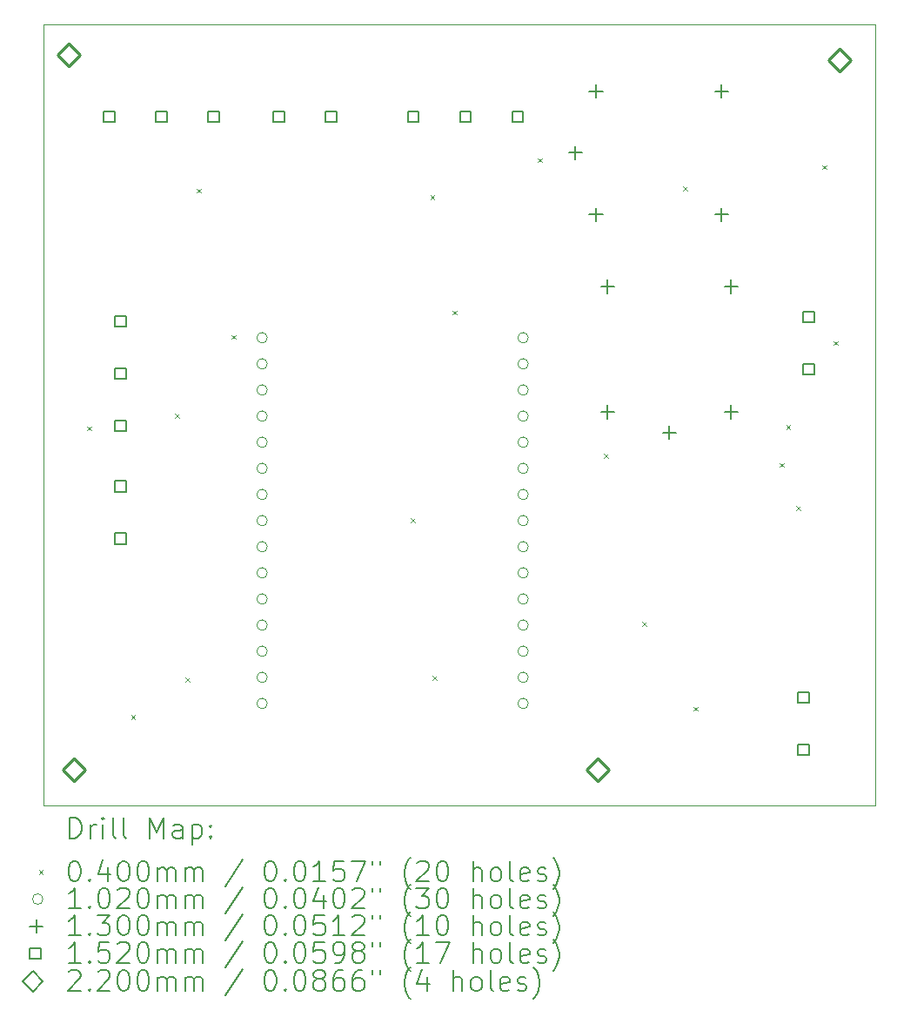
<source format=gbr>
%TF.GenerationSoftware,KiCad,Pcbnew,8.0.2*%
%TF.CreationDate,2025-03-15T23:17:04-04:00*%
%TF.ProjectId,proyecto final,70726f79-6563-4746-9f20-66696e616c2e,rev?*%
%TF.SameCoordinates,Original*%
%TF.FileFunction,Drillmap*%
%TF.FilePolarity,Positive*%
%FSLAX45Y45*%
G04 Gerber Fmt 4.5, Leading zero omitted, Abs format (unit mm)*
G04 Created by KiCad (PCBNEW 8.0.2) date 2025-03-15 23:17:04*
%MOMM*%
%LPD*%
G01*
G04 APERTURE LIST*
%ADD10C,0.050000*%
%ADD11C,0.200000*%
%ADD12C,0.100000*%
%ADD13C,0.102000*%
%ADD14C,0.130000*%
%ADD15C,0.152000*%
%ADD16C,0.220000*%
G04 APERTURE END LIST*
D10*
X9450000Y-5150000D02*
X17550000Y-5150000D01*
X17550000Y-12750000D01*
X9450000Y-12750000D01*
X9450000Y-5150000D01*
D11*
D12*
X9879000Y-9059250D02*
X9919000Y-9099250D01*
X9919000Y-9059250D02*
X9879000Y-9099250D01*
X10305780Y-11866890D02*
X10345780Y-11906890D01*
X10345780Y-11866890D02*
X10305780Y-11906890D01*
X10730000Y-8940500D02*
X10770000Y-8980500D01*
X10770000Y-8940500D02*
X10730000Y-8980500D01*
X10832340Y-11505000D02*
X10872340Y-11545000D01*
X10872340Y-11505000D02*
X10832340Y-11545000D01*
X10945000Y-6749440D02*
X10985000Y-6789440D01*
X10985000Y-6749440D02*
X10945000Y-6789440D01*
X11280000Y-8170700D02*
X11320000Y-8210700D01*
X11320000Y-8170700D02*
X11280000Y-8210700D01*
X13030000Y-9956500D02*
X13070000Y-9996500D01*
X13070000Y-9956500D02*
X13030000Y-9996500D01*
X13217990Y-6809700D02*
X13257990Y-6849700D01*
X13257990Y-6809700D02*
X13217990Y-6849700D01*
X13238180Y-11485220D02*
X13278180Y-11525220D01*
X13278180Y-11485220D02*
X13238180Y-11525220D01*
X13432000Y-7934600D02*
X13472000Y-7974600D01*
X13472000Y-7934600D02*
X13432000Y-7974600D01*
X14261100Y-6453150D02*
X14301100Y-6493150D01*
X14301100Y-6453150D02*
X14261100Y-6493150D01*
X14906430Y-9327380D02*
X14946430Y-9367380D01*
X14946430Y-9327380D02*
X14906430Y-9367380D01*
X15280000Y-10959290D02*
X15320000Y-10999290D01*
X15320000Y-10959290D02*
X15280000Y-10999290D01*
X15680000Y-6730000D02*
X15720000Y-6770000D01*
X15720000Y-6730000D02*
X15680000Y-6770000D01*
X15780000Y-11786370D02*
X15820000Y-11826370D01*
X15820000Y-11786370D02*
X15780000Y-11826370D01*
X16619240Y-9416050D02*
X16659240Y-9456050D01*
X16659240Y-9416050D02*
X16619240Y-9456050D01*
X16680000Y-9047740D02*
X16720000Y-9087740D01*
X16720000Y-9047740D02*
X16680000Y-9087740D01*
X16780000Y-9836800D02*
X16820000Y-9876800D01*
X16820000Y-9836800D02*
X16780000Y-9876800D01*
X17034670Y-6519770D02*
X17074670Y-6559770D01*
X17074670Y-6519770D02*
X17034670Y-6559770D01*
X17144780Y-8230000D02*
X17184780Y-8270000D01*
X17184780Y-8230000D02*
X17144780Y-8270000D01*
D13*
X11631000Y-8198500D02*
G75*
G02*
X11529000Y-8198500I-51000J0D01*
G01*
X11529000Y-8198500D02*
G75*
G02*
X11631000Y-8198500I51000J0D01*
G01*
X11631000Y-8452500D02*
G75*
G02*
X11529000Y-8452500I-51000J0D01*
G01*
X11529000Y-8452500D02*
G75*
G02*
X11631000Y-8452500I51000J0D01*
G01*
X11631000Y-8706500D02*
G75*
G02*
X11529000Y-8706500I-51000J0D01*
G01*
X11529000Y-8706500D02*
G75*
G02*
X11631000Y-8706500I51000J0D01*
G01*
X11631000Y-8960500D02*
G75*
G02*
X11529000Y-8960500I-51000J0D01*
G01*
X11529000Y-8960500D02*
G75*
G02*
X11631000Y-8960500I51000J0D01*
G01*
X11631000Y-9214500D02*
G75*
G02*
X11529000Y-9214500I-51000J0D01*
G01*
X11529000Y-9214500D02*
G75*
G02*
X11631000Y-9214500I51000J0D01*
G01*
X11631000Y-9468500D02*
G75*
G02*
X11529000Y-9468500I-51000J0D01*
G01*
X11529000Y-9468500D02*
G75*
G02*
X11631000Y-9468500I51000J0D01*
G01*
X11631000Y-9722500D02*
G75*
G02*
X11529000Y-9722500I-51000J0D01*
G01*
X11529000Y-9722500D02*
G75*
G02*
X11631000Y-9722500I51000J0D01*
G01*
X11631000Y-9976500D02*
G75*
G02*
X11529000Y-9976500I-51000J0D01*
G01*
X11529000Y-9976500D02*
G75*
G02*
X11631000Y-9976500I51000J0D01*
G01*
X11631000Y-10230500D02*
G75*
G02*
X11529000Y-10230500I-51000J0D01*
G01*
X11529000Y-10230500D02*
G75*
G02*
X11631000Y-10230500I51000J0D01*
G01*
X11631000Y-10484500D02*
G75*
G02*
X11529000Y-10484500I-51000J0D01*
G01*
X11529000Y-10484500D02*
G75*
G02*
X11631000Y-10484500I51000J0D01*
G01*
X11631000Y-10738500D02*
G75*
G02*
X11529000Y-10738500I-51000J0D01*
G01*
X11529000Y-10738500D02*
G75*
G02*
X11631000Y-10738500I51000J0D01*
G01*
X11631000Y-10992500D02*
G75*
G02*
X11529000Y-10992500I-51000J0D01*
G01*
X11529000Y-10992500D02*
G75*
G02*
X11631000Y-10992500I51000J0D01*
G01*
X11631000Y-11246500D02*
G75*
G02*
X11529000Y-11246500I-51000J0D01*
G01*
X11529000Y-11246500D02*
G75*
G02*
X11631000Y-11246500I51000J0D01*
G01*
X11631000Y-11500500D02*
G75*
G02*
X11529000Y-11500500I-51000J0D01*
G01*
X11529000Y-11500500D02*
G75*
G02*
X11631000Y-11500500I51000J0D01*
G01*
X11631000Y-11754500D02*
G75*
G02*
X11529000Y-11754500I-51000J0D01*
G01*
X11529000Y-11754500D02*
G75*
G02*
X11631000Y-11754500I51000J0D01*
G01*
X14171000Y-8198500D02*
G75*
G02*
X14069000Y-8198500I-51000J0D01*
G01*
X14069000Y-8198500D02*
G75*
G02*
X14171000Y-8198500I51000J0D01*
G01*
X14171000Y-8452500D02*
G75*
G02*
X14069000Y-8452500I-51000J0D01*
G01*
X14069000Y-8452500D02*
G75*
G02*
X14171000Y-8452500I51000J0D01*
G01*
X14171000Y-8706500D02*
G75*
G02*
X14069000Y-8706500I-51000J0D01*
G01*
X14069000Y-8706500D02*
G75*
G02*
X14171000Y-8706500I51000J0D01*
G01*
X14171000Y-8960500D02*
G75*
G02*
X14069000Y-8960500I-51000J0D01*
G01*
X14069000Y-8960500D02*
G75*
G02*
X14171000Y-8960500I51000J0D01*
G01*
X14171000Y-9214500D02*
G75*
G02*
X14069000Y-9214500I-51000J0D01*
G01*
X14069000Y-9214500D02*
G75*
G02*
X14171000Y-9214500I51000J0D01*
G01*
X14171000Y-9468500D02*
G75*
G02*
X14069000Y-9468500I-51000J0D01*
G01*
X14069000Y-9468500D02*
G75*
G02*
X14171000Y-9468500I51000J0D01*
G01*
X14171000Y-9722500D02*
G75*
G02*
X14069000Y-9722500I-51000J0D01*
G01*
X14069000Y-9722500D02*
G75*
G02*
X14171000Y-9722500I51000J0D01*
G01*
X14171000Y-9976500D02*
G75*
G02*
X14069000Y-9976500I-51000J0D01*
G01*
X14069000Y-9976500D02*
G75*
G02*
X14171000Y-9976500I51000J0D01*
G01*
X14171000Y-10230500D02*
G75*
G02*
X14069000Y-10230500I-51000J0D01*
G01*
X14069000Y-10230500D02*
G75*
G02*
X14171000Y-10230500I51000J0D01*
G01*
X14171000Y-10484500D02*
G75*
G02*
X14069000Y-10484500I-51000J0D01*
G01*
X14069000Y-10484500D02*
G75*
G02*
X14171000Y-10484500I51000J0D01*
G01*
X14171000Y-10738500D02*
G75*
G02*
X14069000Y-10738500I-51000J0D01*
G01*
X14069000Y-10738500D02*
G75*
G02*
X14171000Y-10738500I51000J0D01*
G01*
X14171000Y-10992500D02*
G75*
G02*
X14069000Y-10992500I-51000J0D01*
G01*
X14069000Y-10992500D02*
G75*
G02*
X14171000Y-10992500I51000J0D01*
G01*
X14171000Y-11246500D02*
G75*
G02*
X14069000Y-11246500I-51000J0D01*
G01*
X14069000Y-11246500D02*
G75*
G02*
X14171000Y-11246500I51000J0D01*
G01*
X14171000Y-11500500D02*
G75*
G02*
X14069000Y-11500500I-51000J0D01*
G01*
X14069000Y-11500500D02*
G75*
G02*
X14171000Y-11500500I51000J0D01*
G01*
X14171000Y-11754500D02*
G75*
G02*
X14069000Y-11754500I-51000J0D01*
G01*
X14069000Y-11754500D02*
G75*
G02*
X14171000Y-11754500I51000J0D01*
G01*
D14*
X14630000Y-6335000D02*
X14630000Y-6465000D01*
X14565000Y-6400000D02*
X14695000Y-6400000D01*
X14830000Y-5735000D02*
X14830000Y-5865000D01*
X14765000Y-5800000D02*
X14895000Y-5800000D01*
X14830000Y-6935000D02*
X14830000Y-7065000D01*
X14765000Y-7000000D02*
X14895000Y-7000000D01*
X14943250Y-7635000D02*
X14943250Y-7765000D01*
X14878250Y-7700000D02*
X15008250Y-7700000D01*
X14943250Y-8855000D02*
X14943250Y-8985000D01*
X14878250Y-8920000D02*
X15008250Y-8920000D01*
X15543250Y-9055000D02*
X15543250Y-9185000D01*
X15478250Y-9120000D02*
X15608250Y-9120000D01*
X16050000Y-5735000D02*
X16050000Y-5865000D01*
X15985000Y-5800000D02*
X16115000Y-5800000D01*
X16050000Y-6935000D02*
X16050000Y-7065000D01*
X15985000Y-7000000D02*
X16115000Y-7000000D01*
X16143250Y-7635000D02*
X16143250Y-7765000D01*
X16078250Y-7700000D02*
X16208250Y-7700000D01*
X16143250Y-8855000D02*
X16143250Y-8985000D01*
X16078250Y-8920000D02*
X16208250Y-8920000D01*
D15*
X10145741Y-6103741D02*
X10145741Y-5996259D01*
X10038259Y-5996259D01*
X10038259Y-6103741D01*
X10145741Y-6103741D01*
X10253741Y-8091741D02*
X10253741Y-7984259D01*
X10146259Y-7984259D01*
X10146259Y-8091741D01*
X10253741Y-8091741D01*
X10253741Y-8599741D02*
X10253741Y-8492259D01*
X10146259Y-8492259D01*
X10146259Y-8599741D01*
X10253741Y-8599741D01*
X10253741Y-9107741D02*
X10253741Y-9000259D01*
X10146259Y-9000259D01*
X10146259Y-9107741D01*
X10253741Y-9107741D01*
X10253741Y-9695741D02*
X10253741Y-9588259D01*
X10146259Y-9588259D01*
X10146259Y-9695741D01*
X10253741Y-9695741D01*
X10253741Y-10203741D02*
X10253741Y-10096259D01*
X10146259Y-10096259D01*
X10146259Y-10203741D01*
X10253741Y-10203741D01*
X10653741Y-6103741D02*
X10653741Y-5996259D01*
X10546259Y-5996259D01*
X10546259Y-6103741D01*
X10653741Y-6103741D01*
X11161741Y-6103741D02*
X11161741Y-5996259D01*
X11054259Y-5996259D01*
X11054259Y-6103741D01*
X11161741Y-6103741D01*
X11799741Y-6103741D02*
X11799741Y-5996259D01*
X11692259Y-5996259D01*
X11692259Y-6103741D01*
X11799741Y-6103741D01*
X12307741Y-6103741D02*
X12307741Y-5996259D01*
X12200259Y-5996259D01*
X12200259Y-6103741D01*
X12307741Y-6103741D01*
X13103741Y-6103741D02*
X13103741Y-5996259D01*
X12996259Y-5996259D01*
X12996259Y-6103741D01*
X13103741Y-6103741D01*
X13611741Y-6103741D02*
X13611741Y-5996259D01*
X13504259Y-5996259D01*
X13504259Y-6103741D01*
X13611741Y-6103741D01*
X14119741Y-6103741D02*
X14119741Y-5996259D01*
X14012259Y-5996259D01*
X14012259Y-6103741D01*
X14119741Y-6103741D01*
X16903741Y-11749741D02*
X16903741Y-11642259D01*
X16796259Y-11642259D01*
X16796259Y-11749741D01*
X16903741Y-11749741D01*
X16903741Y-12257741D02*
X16903741Y-12150259D01*
X16796259Y-12150259D01*
X16796259Y-12257741D01*
X16903741Y-12257741D01*
X16953741Y-8049741D02*
X16953741Y-7942259D01*
X16846259Y-7942259D01*
X16846259Y-8049741D01*
X16953741Y-8049741D01*
X16953741Y-8557741D02*
X16953741Y-8450259D01*
X16846259Y-8450259D01*
X16846259Y-8557741D01*
X16953741Y-8557741D01*
D16*
X9700000Y-5560000D02*
X9810000Y-5450000D01*
X9700000Y-5340000D01*
X9590000Y-5450000D01*
X9700000Y-5560000D01*
X9750000Y-12510000D02*
X9860000Y-12400000D01*
X9750000Y-12290000D01*
X9640000Y-12400000D01*
X9750000Y-12510000D01*
X14850000Y-12510000D02*
X14960000Y-12400000D01*
X14850000Y-12290000D01*
X14740000Y-12400000D01*
X14850000Y-12510000D01*
X17200000Y-5610000D02*
X17310000Y-5500000D01*
X17200000Y-5390000D01*
X17090000Y-5500000D01*
X17200000Y-5610000D01*
D11*
X9708277Y-13063984D02*
X9708277Y-12863984D01*
X9708277Y-12863984D02*
X9755896Y-12863984D01*
X9755896Y-12863984D02*
X9784467Y-12873508D01*
X9784467Y-12873508D02*
X9803515Y-12892555D01*
X9803515Y-12892555D02*
X9813039Y-12911603D01*
X9813039Y-12911603D02*
X9822563Y-12949698D01*
X9822563Y-12949698D02*
X9822563Y-12978269D01*
X9822563Y-12978269D02*
X9813039Y-13016365D01*
X9813039Y-13016365D02*
X9803515Y-13035412D01*
X9803515Y-13035412D02*
X9784467Y-13054460D01*
X9784467Y-13054460D02*
X9755896Y-13063984D01*
X9755896Y-13063984D02*
X9708277Y-13063984D01*
X9908277Y-13063984D02*
X9908277Y-12930650D01*
X9908277Y-12968746D02*
X9917801Y-12949698D01*
X9917801Y-12949698D02*
X9927324Y-12940174D01*
X9927324Y-12940174D02*
X9946372Y-12930650D01*
X9946372Y-12930650D02*
X9965420Y-12930650D01*
X10032086Y-13063984D02*
X10032086Y-12930650D01*
X10032086Y-12863984D02*
X10022563Y-12873508D01*
X10022563Y-12873508D02*
X10032086Y-12883031D01*
X10032086Y-12883031D02*
X10041610Y-12873508D01*
X10041610Y-12873508D02*
X10032086Y-12863984D01*
X10032086Y-12863984D02*
X10032086Y-12883031D01*
X10155896Y-13063984D02*
X10136848Y-13054460D01*
X10136848Y-13054460D02*
X10127324Y-13035412D01*
X10127324Y-13035412D02*
X10127324Y-12863984D01*
X10260658Y-13063984D02*
X10241610Y-13054460D01*
X10241610Y-13054460D02*
X10232086Y-13035412D01*
X10232086Y-13035412D02*
X10232086Y-12863984D01*
X10489229Y-13063984D02*
X10489229Y-12863984D01*
X10489229Y-12863984D02*
X10555896Y-13006841D01*
X10555896Y-13006841D02*
X10622563Y-12863984D01*
X10622563Y-12863984D02*
X10622563Y-13063984D01*
X10803515Y-13063984D02*
X10803515Y-12959222D01*
X10803515Y-12959222D02*
X10793991Y-12940174D01*
X10793991Y-12940174D02*
X10774944Y-12930650D01*
X10774944Y-12930650D02*
X10736848Y-12930650D01*
X10736848Y-12930650D02*
X10717801Y-12940174D01*
X10803515Y-13054460D02*
X10784467Y-13063984D01*
X10784467Y-13063984D02*
X10736848Y-13063984D01*
X10736848Y-13063984D02*
X10717801Y-13054460D01*
X10717801Y-13054460D02*
X10708277Y-13035412D01*
X10708277Y-13035412D02*
X10708277Y-13016365D01*
X10708277Y-13016365D02*
X10717801Y-12997317D01*
X10717801Y-12997317D02*
X10736848Y-12987793D01*
X10736848Y-12987793D02*
X10784467Y-12987793D01*
X10784467Y-12987793D02*
X10803515Y-12978269D01*
X10898753Y-12930650D02*
X10898753Y-13130650D01*
X10898753Y-12940174D02*
X10917801Y-12930650D01*
X10917801Y-12930650D02*
X10955896Y-12930650D01*
X10955896Y-12930650D02*
X10974944Y-12940174D01*
X10974944Y-12940174D02*
X10984467Y-12949698D01*
X10984467Y-12949698D02*
X10993991Y-12968746D01*
X10993991Y-12968746D02*
X10993991Y-13025888D01*
X10993991Y-13025888D02*
X10984467Y-13044936D01*
X10984467Y-13044936D02*
X10974944Y-13054460D01*
X10974944Y-13054460D02*
X10955896Y-13063984D01*
X10955896Y-13063984D02*
X10917801Y-13063984D01*
X10917801Y-13063984D02*
X10898753Y-13054460D01*
X11079705Y-13044936D02*
X11089229Y-13054460D01*
X11089229Y-13054460D02*
X11079705Y-13063984D01*
X11079705Y-13063984D02*
X11070182Y-13054460D01*
X11070182Y-13054460D02*
X11079705Y-13044936D01*
X11079705Y-13044936D02*
X11079705Y-13063984D01*
X11079705Y-12940174D02*
X11089229Y-12949698D01*
X11089229Y-12949698D02*
X11079705Y-12959222D01*
X11079705Y-12959222D02*
X11070182Y-12949698D01*
X11070182Y-12949698D02*
X11079705Y-12940174D01*
X11079705Y-12940174D02*
X11079705Y-12959222D01*
D12*
X9407500Y-13372500D02*
X9447500Y-13412500D01*
X9447500Y-13372500D02*
X9407500Y-13412500D01*
D11*
X9746372Y-13283984D02*
X9765420Y-13283984D01*
X9765420Y-13283984D02*
X9784467Y-13293508D01*
X9784467Y-13293508D02*
X9793991Y-13303031D01*
X9793991Y-13303031D02*
X9803515Y-13322079D01*
X9803515Y-13322079D02*
X9813039Y-13360174D01*
X9813039Y-13360174D02*
X9813039Y-13407793D01*
X9813039Y-13407793D02*
X9803515Y-13445888D01*
X9803515Y-13445888D02*
X9793991Y-13464936D01*
X9793991Y-13464936D02*
X9784467Y-13474460D01*
X9784467Y-13474460D02*
X9765420Y-13483984D01*
X9765420Y-13483984D02*
X9746372Y-13483984D01*
X9746372Y-13483984D02*
X9727324Y-13474460D01*
X9727324Y-13474460D02*
X9717801Y-13464936D01*
X9717801Y-13464936D02*
X9708277Y-13445888D01*
X9708277Y-13445888D02*
X9698753Y-13407793D01*
X9698753Y-13407793D02*
X9698753Y-13360174D01*
X9698753Y-13360174D02*
X9708277Y-13322079D01*
X9708277Y-13322079D02*
X9717801Y-13303031D01*
X9717801Y-13303031D02*
X9727324Y-13293508D01*
X9727324Y-13293508D02*
X9746372Y-13283984D01*
X9898753Y-13464936D02*
X9908277Y-13474460D01*
X9908277Y-13474460D02*
X9898753Y-13483984D01*
X9898753Y-13483984D02*
X9889229Y-13474460D01*
X9889229Y-13474460D02*
X9898753Y-13464936D01*
X9898753Y-13464936D02*
X9898753Y-13483984D01*
X10079705Y-13350650D02*
X10079705Y-13483984D01*
X10032086Y-13274460D02*
X9984467Y-13417317D01*
X9984467Y-13417317D02*
X10108277Y-13417317D01*
X10222563Y-13283984D02*
X10241610Y-13283984D01*
X10241610Y-13283984D02*
X10260658Y-13293508D01*
X10260658Y-13293508D02*
X10270182Y-13303031D01*
X10270182Y-13303031D02*
X10279705Y-13322079D01*
X10279705Y-13322079D02*
X10289229Y-13360174D01*
X10289229Y-13360174D02*
X10289229Y-13407793D01*
X10289229Y-13407793D02*
X10279705Y-13445888D01*
X10279705Y-13445888D02*
X10270182Y-13464936D01*
X10270182Y-13464936D02*
X10260658Y-13474460D01*
X10260658Y-13474460D02*
X10241610Y-13483984D01*
X10241610Y-13483984D02*
X10222563Y-13483984D01*
X10222563Y-13483984D02*
X10203515Y-13474460D01*
X10203515Y-13474460D02*
X10193991Y-13464936D01*
X10193991Y-13464936D02*
X10184467Y-13445888D01*
X10184467Y-13445888D02*
X10174944Y-13407793D01*
X10174944Y-13407793D02*
X10174944Y-13360174D01*
X10174944Y-13360174D02*
X10184467Y-13322079D01*
X10184467Y-13322079D02*
X10193991Y-13303031D01*
X10193991Y-13303031D02*
X10203515Y-13293508D01*
X10203515Y-13293508D02*
X10222563Y-13283984D01*
X10413039Y-13283984D02*
X10432086Y-13283984D01*
X10432086Y-13283984D02*
X10451134Y-13293508D01*
X10451134Y-13293508D02*
X10460658Y-13303031D01*
X10460658Y-13303031D02*
X10470182Y-13322079D01*
X10470182Y-13322079D02*
X10479705Y-13360174D01*
X10479705Y-13360174D02*
X10479705Y-13407793D01*
X10479705Y-13407793D02*
X10470182Y-13445888D01*
X10470182Y-13445888D02*
X10460658Y-13464936D01*
X10460658Y-13464936D02*
X10451134Y-13474460D01*
X10451134Y-13474460D02*
X10432086Y-13483984D01*
X10432086Y-13483984D02*
X10413039Y-13483984D01*
X10413039Y-13483984D02*
X10393991Y-13474460D01*
X10393991Y-13474460D02*
X10384467Y-13464936D01*
X10384467Y-13464936D02*
X10374944Y-13445888D01*
X10374944Y-13445888D02*
X10365420Y-13407793D01*
X10365420Y-13407793D02*
X10365420Y-13360174D01*
X10365420Y-13360174D02*
X10374944Y-13322079D01*
X10374944Y-13322079D02*
X10384467Y-13303031D01*
X10384467Y-13303031D02*
X10393991Y-13293508D01*
X10393991Y-13293508D02*
X10413039Y-13283984D01*
X10565420Y-13483984D02*
X10565420Y-13350650D01*
X10565420Y-13369698D02*
X10574944Y-13360174D01*
X10574944Y-13360174D02*
X10593991Y-13350650D01*
X10593991Y-13350650D02*
X10622563Y-13350650D01*
X10622563Y-13350650D02*
X10641610Y-13360174D01*
X10641610Y-13360174D02*
X10651134Y-13379222D01*
X10651134Y-13379222D02*
X10651134Y-13483984D01*
X10651134Y-13379222D02*
X10660658Y-13360174D01*
X10660658Y-13360174D02*
X10679705Y-13350650D01*
X10679705Y-13350650D02*
X10708277Y-13350650D01*
X10708277Y-13350650D02*
X10727325Y-13360174D01*
X10727325Y-13360174D02*
X10736848Y-13379222D01*
X10736848Y-13379222D02*
X10736848Y-13483984D01*
X10832086Y-13483984D02*
X10832086Y-13350650D01*
X10832086Y-13369698D02*
X10841610Y-13360174D01*
X10841610Y-13360174D02*
X10860658Y-13350650D01*
X10860658Y-13350650D02*
X10889229Y-13350650D01*
X10889229Y-13350650D02*
X10908277Y-13360174D01*
X10908277Y-13360174D02*
X10917801Y-13379222D01*
X10917801Y-13379222D02*
X10917801Y-13483984D01*
X10917801Y-13379222D02*
X10927325Y-13360174D01*
X10927325Y-13360174D02*
X10946372Y-13350650D01*
X10946372Y-13350650D02*
X10974944Y-13350650D01*
X10974944Y-13350650D02*
X10993991Y-13360174D01*
X10993991Y-13360174D02*
X11003515Y-13379222D01*
X11003515Y-13379222D02*
X11003515Y-13483984D01*
X11393991Y-13274460D02*
X11222563Y-13531603D01*
X11651134Y-13283984D02*
X11670182Y-13283984D01*
X11670182Y-13283984D02*
X11689229Y-13293508D01*
X11689229Y-13293508D02*
X11698753Y-13303031D01*
X11698753Y-13303031D02*
X11708277Y-13322079D01*
X11708277Y-13322079D02*
X11717801Y-13360174D01*
X11717801Y-13360174D02*
X11717801Y-13407793D01*
X11717801Y-13407793D02*
X11708277Y-13445888D01*
X11708277Y-13445888D02*
X11698753Y-13464936D01*
X11698753Y-13464936D02*
X11689229Y-13474460D01*
X11689229Y-13474460D02*
X11670182Y-13483984D01*
X11670182Y-13483984D02*
X11651134Y-13483984D01*
X11651134Y-13483984D02*
X11632086Y-13474460D01*
X11632086Y-13474460D02*
X11622563Y-13464936D01*
X11622563Y-13464936D02*
X11613039Y-13445888D01*
X11613039Y-13445888D02*
X11603515Y-13407793D01*
X11603515Y-13407793D02*
X11603515Y-13360174D01*
X11603515Y-13360174D02*
X11613039Y-13322079D01*
X11613039Y-13322079D02*
X11622563Y-13303031D01*
X11622563Y-13303031D02*
X11632086Y-13293508D01*
X11632086Y-13293508D02*
X11651134Y-13283984D01*
X11803515Y-13464936D02*
X11813039Y-13474460D01*
X11813039Y-13474460D02*
X11803515Y-13483984D01*
X11803515Y-13483984D02*
X11793991Y-13474460D01*
X11793991Y-13474460D02*
X11803515Y-13464936D01*
X11803515Y-13464936D02*
X11803515Y-13483984D01*
X11936848Y-13283984D02*
X11955896Y-13283984D01*
X11955896Y-13283984D02*
X11974944Y-13293508D01*
X11974944Y-13293508D02*
X11984467Y-13303031D01*
X11984467Y-13303031D02*
X11993991Y-13322079D01*
X11993991Y-13322079D02*
X12003515Y-13360174D01*
X12003515Y-13360174D02*
X12003515Y-13407793D01*
X12003515Y-13407793D02*
X11993991Y-13445888D01*
X11993991Y-13445888D02*
X11984467Y-13464936D01*
X11984467Y-13464936D02*
X11974944Y-13474460D01*
X11974944Y-13474460D02*
X11955896Y-13483984D01*
X11955896Y-13483984D02*
X11936848Y-13483984D01*
X11936848Y-13483984D02*
X11917801Y-13474460D01*
X11917801Y-13474460D02*
X11908277Y-13464936D01*
X11908277Y-13464936D02*
X11898753Y-13445888D01*
X11898753Y-13445888D02*
X11889229Y-13407793D01*
X11889229Y-13407793D02*
X11889229Y-13360174D01*
X11889229Y-13360174D02*
X11898753Y-13322079D01*
X11898753Y-13322079D02*
X11908277Y-13303031D01*
X11908277Y-13303031D02*
X11917801Y-13293508D01*
X11917801Y-13293508D02*
X11936848Y-13283984D01*
X12193991Y-13483984D02*
X12079706Y-13483984D01*
X12136848Y-13483984D02*
X12136848Y-13283984D01*
X12136848Y-13283984D02*
X12117801Y-13312555D01*
X12117801Y-13312555D02*
X12098753Y-13331603D01*
X12098753Y-13331603D02*
X12079706Y-13341127D01*
X12374944Y-13283984D02*
X12279706Y-13283984D01*
X12279706Y-13283984D02*
X12270182Y-13379222D01*
X12270182Y-13379222D02*
X12279706Y-13369698D01*
X12279706Y-13369698D02*
X12298753Y-13360174D01*
X12298753Y-13360174D02*
X12346372Y-13360174D01*
X12346372Y-13360174D02*
X12365420Y-13369698D01*
X12365420Y-13369698D02*
X12374944Y-13379222D01*
X12374944Y-13379222D02*
X12384467Y-13398269D01*
X12384467Y-13398269D02*
X12384467Y-13445888D01*
X12384467Y-13445888D02*
X12374944Y-13464936D01*
X12374944Y-13464936D02*
X12365420Y-13474460D01*
X12365420Y-13474460D02*
X12346372Y-13483984D01*
X12346372Y-13483984D02*
X12298753Y-13483984D01*
X12298753Y-13483984D02*
X12279706Y-13474460D01*
X12279706Y-13474460D02*
X12270182Y-13464936D01*
X12451134Y-13283984D02*
X12584467Y-13283984D01*
X12584467Y-13283984D02*
X12498753Y-13483984D01*
X12651134Y-13283984D02*
X12651134Y-13322079D01*
X12727325Y-13283984D02*
X12727325Y-13322079D01*
X13022563Y-13560174D02*
X13013039Y-13550650D01*
X13013039Y-13550650D02*
X12993991Y-13522079D01*
X12993991Y-13522079D02*
X12984468Y-13503031D01*
X12984468Y-13503031D02*
X12974944Y-13474460D01*
X12974944Y-13474460D02*
X12965420Y-13426841D01*
X12965420Y-13426841D02*
X12965420Y-13388746D01*
X12965420Y-13388746D02*
X12974944Y-13341127D01*
X12974944Y-13341127D02*
X12984468Y-13312555D01*
X12984468Y-13312555D02*
X12993991Y-13293508D01*
X12993991Y-13293508D02*
X13013039Y-13264936D01*
X13013039Y-13264936D02*
X13022563Y-13255412D01*
X13089229Y-13303031D02*
X13098753Y-13293508D01*
X13098753Y-13293508D02*
X13117801Y-13283984D01*
X13117801Y-13283984D02*
X13165420Y-13283984D01*
X13165420Y-13283984D02*
X13184468Y-13293508D01*
X13184468Y-13293508D02*
X13193991Y-13303031D01*
X13193991Y-13303031D02*
X13203515Y-13322079D01*
X13203515Y-13322079D02*
X13203515Y-13341127D01*
X13203515Y-13341127D02*
X13193991Y-13369698D01*
X13193991Y-13369698D02*
X13079706Y-13483984D01*
X13079706Y-13483984D02*
X13203515Y-13483984D01*
X13327325Y-13283984D02*
X13346372Y-13283984D01*
X13346372Y-13283984D02*
X13365420Y-13293508D01*
X13365420Y-13293508D02*
X13374944Y-13303031D01*
X13374944Y-13303031D02*
X13384468Y-13322079D01*
X13384468Y-13322079D02*
X13393991Y-13360174D01*
X13393991Y-13360174D02*
X13393991Y-13407793D01*
X13393991Y-13407793D02*
X13384468Y-13445888D01*
X13384468Y-13445888D02*
X13374944Y-13464936D01*
X13374944Y-13464936D02*
X13365420Y-13474460D01*
X13365420Y-13474460D02*
X13346372Y-13483984D01*
X13346372Y-13483984D02*
X13327325Y-13483984D01*
X13327325Y-13483984D02*
X13308277Y-13474460D01*
X13308277Y-13474460D02*
X13298753Y-13464936D01*
X13298753Y-13464936D02*
X13289229Y-13445888D01*
X13289229Y-13445888D02*
X13279706Y-13407793D01*
X13279706Y-13407793D02*
X13279706Y-13360174D01*
X13279706Y-13360174D02*
X13289229Y-13322079D01*
X13289229Y-13322079D02*
X13298753Y-13303031D01*
X13298753Y-13303031D02*
X13308277Y-13293508D01*
X13308277Y-13293508D02*
X13327325Y-13283984D01*
X13632087Y-13483984D02*
X13632087Y-13283984D01*
X13717801Y-13483984D02*
X13717801Y-13379222D01*
X13717801Y-13379222D02*
X13708277Y-13360174D01*
X13708277Y-13360174D02*
X13689230Y-13350650D01*
X13689230Y-13350650D02*
X13660658Y-13350650D01*
X13660658Y-13350650D02*
X13641610Y-13360174D01*
X13641610Y-13360174D02*
X13632087Y-13369698D01*
X13841610Y-13483984D02*
X13822563Y-13474460D01*
X13822563Y-13474460D02*
X13813039Y-13464936D01*
X13813039Y-13464936D02*
X13803515Y-13445888D01*
X13803515Y-13445888D02*
X13803515Y-13388746D01*
X13803515Y-13388746D02*
X13813039Y-13369698D01*
X13813039Y-13369698D02*
X13822563Y-13360174D01*
X13822563Y-13360174D02*
X13841610Y-13350650D01*
X13841610Y-13350650D02*
X13870182Y-13350650D01*
X13870182Y-13350650D02*
X13889230Y-13360174D01*
X13889230Y-13360174D02*
X13898753Y-13369698D01*
X13898753Y-13369698D02*
X13908277Y-13388746D01*
X13908277Y-13388746D02*
X13908277Y-13445888D01*
X13908277Y-13445888D02*
X13898753Y-13464936D01*
X13898753Y-13464936D02*
X13889230Y-13474460D01*
X13889230Y-13474460D02*
X13870182Y-13483984D01*
X13870182Y-13483984D02*
X13841610Y-13483984D01*
X14022563Y-13483984D02*
X14003515Y-13474460D01*
X14003515Y-13474460D02*
X13993991Y-13455412D01*
X13993991Y-13455412D02*
X13993991Y-13283984D01*
X14174944Y-13474460D02*
X14155896Y-13483984D01*
X14155896Y-13483984D02*
X14117801Y-13483984D01*
X14117801Y-13483984D02*
X14098753Y-13474460D01*
X14098753Y-13474460D02*
X14089230Y-13455412D01*
X14089230Y-13455412D02*
X14089230Y-13379222D01*
X14089230Y-13379222D02*
X14098753Y-13360174D01*
X14098753Y-13360174D02*
X14117801Y-13350650D01*
X14117801Y-13350650D02*
X14155896Y-13350650D01*
X14155896Y-13350650D02*
X14174944Y-13360174D01*
X14174944Y-13360174D02*
X14184468Y-13379222D01*
X14184468Y-13379222D02*
X14184468Y-13398269D01*
X14184468Y-13398269D02*
X14089230Y-13417317D01*
X14260658Y-13474460D02*
X14279706Y-13483984D01*
X14279706Y-13483984D02*
X14317801Y-13483984D01*
X14317801Y-13483984D02*
X14336849Y-13474460D01*
X14336849Y-13474460D02*
X14346372Y-13455412D01*
X14346372Y-13455412D02*
X14346372Y-13445888D01*
X14346372Y-13445888D02*
X14336849Y-13426841D01*
X14336849Y-13426841D02*
X14317801Y-13417317D01*
X14317801Y-13417317D02*
X14289230Y-13417317D01*
X14289230Y-13417317D02*
X14270182Y-13407793D01*
X14270182Y-13407793D02*
X14260658Y-13388746D01*
X14260658Y-13388746D02*
X14260658Y-13379222D01*
X14260658Y-13379222D02*
X14270182Y-13360174D01*
X14270182Y-13360174D02*
X14289230Y-13350650D01*
X14289230Y-13350650D02*
X14317801Y-13350650D01*
X14317801Y-13350650D02*
X14336849Y-13360174D01*
X14413039Y-13560174D02*
X14422563Y-13550650D01*
X14422563Y-13550650D02*
X14441611Y-13522079D01*
X14441611Y-13522079D02*
X14451134Y-13503031D01*
X14451134Y-13503031D02*
X14460658Y-13474460D01*
X14460658Y-13474460D02*
X14470182Y-13426841D01*
X14470182Y-13426841D02*
X14470182Y-13388746D01*
X14470182Y-13388746D02*
X14460658Y-13341127D01*
X14460658Y-13341127D02*
X14451134Y-13312555D01*
X14451134Y-13312555D02*
X14441611Y-13293508D01*
X14441611Y-13293508D02*
X14422563Y-13264936D01*
X14422563Y-13264936D02*
X14413039Y-13255412D01*
D13*
X9447500Y-13656500D02*
G75*
G02*
X9345500Y-13656500I-51000J0D01*
G01*
X9345500Y-13656500D02*
G75*
G02*
X9447500Y-13656500I51000J0D01*
G01*
D11*
X9813039Y-13747984D02*
X9698753Y-13747984D01*
X9755896Y-13747984D02*
X9755896Y-13547984D01*
X9755896Y-13547984D02*
X9736848Y-13576555D01*
X9736848Y-13576555D02*
X9717801Y-13595603D01*
X9717801Y-13595603D02*
X9698753Y-13605127D01*
X9898753Y-13728936D02*
X9908277Y-13738460D01*
X9908277Y-13738460D02*
X9898753Y-13747984D01*
X9898753Y-13747984D02*
X9889229Y-13738460D01*
X9889229Y-13738460D02*
X9898753Y-13728936D01*
X9898753Y-13728936D02*
X9898753Y-13747984D01*
X10032086Y-13547984D02*
X10051134Y-13547984D01*
X10051134Y-13547984D02*
X10070182Y-13557508D01*
X10070182Y-13557508D02*
X10079705Y-13567031D01*
X10079705Y-13567031D02*
X10089229Y-13586079D01*
X10089229Y-13586079D02*
X10098753Y-13624174D01*
X10098753Y-13624174D02*
X10098753Y-13671793D01*
X10098753Y-13671793D02*
X10089229Y-13709888D01*
X10089229Y-13709888D02*
X10079705Y-13728936D01*
X10079705Y-13728936D02*
X10070182Y-13738460D01*
X10070182Y-13738460D02*
X10051134Y-13747984D01*
X10051134Y-13747984D02*
X10032086Y-13747984D01*
X10032086Y-13747984D02*
X10013039Y-13738460D01*
X10013039Y-13738460D02*
X10003515Y-13728936D01*
X10003515Y-13728936D02*
X9993991Y-13709888D01*
X9993991Y-13709888D02*
X9984467Y-13671793D01*
X9984467Y-13671793D02*
X9984467Y-13624174D01*
X9984467Y-13624174D02*
X9993991Y-13586079D01*
X9993991Y-13586079D02*
X10003515Y-13567031D01*
X10003515Y-13567031D02*
X10013039Y-13557508D01*
X10013039Y-13557508D02*
X10032086Y-13547984D01*
X10174944Y-13567031D02*
X10184467Y-13557508D01*
X10184467Y-13557508D02*
X10203515Y-13547984D01*
X10203515Y-13547984D02*
X10251134Y-13547984D01*
X10251134Y-13547984D02*
X10270182Y-13557508D01*
X10270182Y-13557508D02*
X10279705Y-13567031D01*
X10279705Y-13567031D02*
X10289229Y-13586079D01*
X10289229Y-13586079D02*
X10289229Y-13605127D01*
X10289229Y-13605127D02*
X10279705Y-13633698D01*
X10279705Y-13633698D02*
X10165420Y-13747984D01*
X10165420Y-13747984D02*
X10289229Y-13747984D01*
X10413039Y-13547984D02*
X10432086Y-13547984D01*
X10432086Y-13547984D02*
X10451134Y-13557508D01*
X10451134Y-13557508D02*
X10460658Y-13567031D01*
X10460658Y-13567031D02*
X10470182Y-13586079D01*
X10470182Y-13586079D02*
X10479705Y-13624174D01*
X10479705Y-13624174D02*
X10479705Y-13671793D01*
X10479705Y-13671793D02*
X10470182Y-13709888D01*
X10470182Y-13709888D02*
X10460658Y-13728936D01*
X10460658Y-13728936D02*
X10451134Y-13738460D01*
X10451134Y-13738460D02*
X10432086Y-13747984D01*
X10432086Y-13747984D02*
X10413039Y-13747984D01*
X10413039Y-13747984D02*
X10393991Y-13738460D01*
X10393991Y-13738460D02*
X10384467Y-13728936D01*
X10384467Y-13728936D02*
X10374944Y-13709888D01*
X10374944Y-13709888D02*
X10365420Y-13671793D01*
X10365420Y-13671793D02*
X10365420Y-13624174D01*
X10365420Y-13624174D02*
X10374944Y-13586079D01*
X10374944Y-13586079D02*
X10384467Y-13567031D01*
X10384467Y-13567031D02*
X10393991Y-13557508D01*
X10393991Y-13557508D02*
X10413039Y-13547984D01*
X10565420Y-13747984D02*
X10565420Y-13614650D01*
X10565420Y-13633698D02*
X10574944Y-13624174D01*
X10574944Y-13624174D02*
X10593991Y-13614650D01*
X10593991Y-13614650D02*
X10622563Y-13614650D01*
X10622563Y-13614650D02*
X10641610Y-13624174D01*
X10641610Y-13624174D02*
X10651134Y-13643222D01*
X10651134Y-13643222D02*
X10651134Y-13747984D01*
X10651134Y-13643222D02*
X10660658Y-13624174D01*
X10660658Y-13624174D02*
X10679705Y-13614650D01*
X10679705Y-13614650D02*
X10708277Y-13614650D01*
X10708277Y-13614650D02*
X10727325Y-13624174D01*
X10727325Y-13624174D02*
X10736848Y-13643222D01*
X10736848Y-13643222D02*
X10736848Y-13747984D01*
X10832086Y-13747984D02*
X10832086Y-13614650D01*
X10832086Y-13633698D02*
X10841610Y-13624174D01*
X10841610Y-13624174D02*
X10860658Y-13614650D01*
X10860658Y-13614650D02*
X10889229Y-13614650D01*
X10889229Y-13614650D02*
X10908277Y-13624174D01*
X10908277Y-13624174D02*
X10917801Y-13643222D01*
X10917801Y-13643222D02*
X10917801Y-13747984D01*
X10917801Y-13643222D02*
X10927325Y-13624174D01*
X10927325Y-13624174D02*
X10946372Y-13614650D01*
X10946372Y-13614650D02*
X10974944Y-13614650D01*
X10974944Y-13614650D02*
X10993991Y-13624174D01*
X10993991Y-13624174D02*
X11003515Y-13643222D01*
X11003515Y-13643222D02*
X11003515Y-13747984D01*
X11393991Y-13538460D02*
X11222563Y-13795603D01*
X11651134Y-13547984D02*
X11670182Y-13547984D01*
X11670182Y-13547984D02*
X11689229Y-13557508D01*
X11689229Y-13557508D02*
X11698753Y-13567031D01*
X11698753Y-13567031D02*
X11708277Y-13586079D01*
X11708277Y-13586079D02*
X11717801Y-13624174D01*
X11717801Y-13624174D02*
X11717801Y-13671793D01*
X11717801Y-13671793D02*
X11708277Y-13709888D01*
X11708277Y-13709888D02*
X11698753Y-13728936D01*
X11698753Y-13728936D02*
X11689229Y-13738460D01*
X11689229Y-13738460D02*
X11670182Y-13747984D01*
X11670182Y-13747984D02*
X11651134Y-13747984D01*
X11651134Y-13747984D02*
X11632086Y-13738460D01*
X11632086Y-13738460D02*
X11622563Y-13728936D01*
X11622563Y-13728936D02*
X11613039Y-13709888D01*
X11613039Y-13709888D02*
X11603515Y-13671793D01*
X11603515Y-13671793D02*
X11603515Y-13624174D01*
X11603515Y-13624174D02*
X11613039Y-13586079D01*
X11613039Y-13586079D02*
X11622563Y-13567031D01*
X11622563Y-13567031D02*
X11632086Y-13557508D01*
X11632086Y-13557508D02*
X11651134Y-13547984D01*
X11803515Y-13728936D02*
X11813039Y-13738460D01*
X11813039Y-13738460D02*
X11803515Y-13747984D01*
X11803515Y-13747984D02*
X11793991Y-13738460D01*
X11793991Y-13738460D02*
X11803515Y-13728936D01*
X11803515Y-13728936D02*
X11803515Y-13747984D01*
X11936848Y-13547984D02*
X11955896Y-13547984D01*
X11955896Y-13547984D02*
X11974944Y-13557508D01*
X11974944Y-13557508D02*
X11984467Y-13567031D01*
X11984467Y-13567031D02*
X11993991Y-13586079D01*
X11993991Y-13586079D02*
X12003515Y-13624174D01*
X12003515Y-13624174D02*
X12003515Y-13671793D01*
X12003515Y-13671793D02*
X11993991Y-13709888D01*
X11993991Y-13709888D02*
X11984467Y-13728936D01*
X11984467Y-13728936D02*
X11974944Y-13738460D01*
X11974944Y-13738460D02*
X11955896Y-13747984D01*
X11955896Y-13747984D02*
X11936848Y-13747984D01*
X11936848Y-13747984D02*
X11917801Y-13738460D01*
X11917801Y-13738460D02*
X11908277Y-13728936D01*
X11908277Y-13728936D02*
X11898753Y-13709888D01*
X11898753Y-13709888D02*
X11889229Y-13671793D01*
X11889229Y-13671793D02*
X11889229Y-13624174D01*
X11889229Y-13624174D02*
X11898753Y-13586079D01*
X11898753Y-13586079D02*
X11908277Y-13567031D01*
X11908277Y-13567031D02*
X11917801Y-13557508D01*
X11917801Y-13557508D02*
X11936848Y-13547984D01*
X12174944Y-13614650D02*
X12174944Y-13747984D01*
X12127325Y-13538460D02*
X12079706Y-13681317D01*
X12079706Y-13681317D02*
X12203515Y-13681317D01*
X12317801Y-13547984D02*
X12336848Y-13547984D01*
X12336848Y-13547984D02*
X12355896Y-13557508D01*
X12355896Y-13557508D02*
X12365420Y-13567031D01*
X12365420Y-13567031D02*
X12374944Y-13586079D01*
X12374944Y-13586079D02*
X12384467Y-13624174D01*
X12384467Y-13624174D02*
X12384467Y-13671793D01*
X12384467Y-13671793D02*
X12374944Y-13709888D01*
X12374944Y-13709888D02*
X12365420Y-13728936D01*
X12365420Y-13728936D02*
X12355896Y-13738460D01*
X12355896Y-13738460D02*
X12336848Y-13747984D01*
X12336848Y-13747984D02*
X12317801Y-13747984D01*
X12317801Y-13747984D02*
X12298753Y-13738460D01*
X12298753Y-13738460D02*
X12289229Y-13728936D01*
X12289229Y-13728936D02*
X12279706Y-13709888D01*
X12279706Y-13709888D02*
X12270182Y-13671793D01*
X12270182Y-13671793D02*
X12270182Y-13624174D01*
X12270182Y-13624174D02*
X12279706Y-13586079D01*
X12279706Y-13586079D02*
X12289229Y-13567031D01*
X12289229Y-13567031D02*
X12298753Y-13557508D01*
X12298753Y-13557508D02*
X12317801Y-13547984D01*
X12460658Y-13567031D02*
X12470182Y-13557508D01*
X12470182Y-13557508D02*
X12489229Y-13547984D01*
X12489229Y-13547984D02*
X12536848Y-13547984D01*
X12536848Y-13547984D02*
X12555896Y-13557508D01*
X12555896Y-13557508D02*
X12565420Y-13567031D01*
X12565420Y-13567031D02*
X12574944Y-13586079D01*
X12574944Y-13586079D02*
X12574944Y-13605127D01*
X12574944Y-13605127D02*
X12565420Y-13633698D01*
X12565420Y-13633698D02*
X12451134Y-13747984D01*
X12451134Y-13747984D02*
X12574944Y-13747984D01*
X12651134Y-13547984D02*
X12651134Y-13586079D01*
X12727325Y-13547984D02*
X12727325Y-13586079D01*
X13022563Y-13824174D02*
X13013039Y-13814650D01*
X13013039Y-13814650D02*
X12993991Y-13786079D01*
X12993991Y-13786079D02*
X12984468Y-13767031D01*
X12984468Y-13767031D02*
X12974944Y-13738460D01*
X12974944Y-13738460D02*
X12965420Y-13690841D01*
X12965420Y-13690841D02*
X12965420Y-13652746D01*
X12965420Y-13652746D02*
X12974944Y-13605127D01*
X12974944Y-13605127D02*
X12984468Y-13576555D01*
X12984468Y-13576555D02*
X12993991Y-13557508D01*
X12993991Y-13557508D02*
X13013039Y-13528936D01*
X13013039Y-13528936D02*
X13022563Y-13519412D01*
X13079706Y-13547984D02*
X13203515Y-13547984D01*
X13203515Y-13547984D02*
X13136848Y-13624174D01*
X13136848Y-13624174D02*
X13165420Y-13624174D01*
X13165420Y-13624174D02*
X13184468Y-13633698D01*
X13184468Y-13633698D02*
X13193991Y-13643222D01*
X13193991Y-13643222D02*
X13203515Y-13662269D01*
X13203515Y-13662269D02*
X13203515Y-13709888D01*
X13203515Y-13709888D02*
X13193991Y-13728936D01*
X13193991Y-13728936D02*
X13184468Y-13738460D01*
X13184468Y-13738460D02*
X13165420Y-13747984D01*
X13165420Y-13747984D02*
X13108277Y-13747984D01*
X13108277Y-13747984D02*
X13089229Y-13738460D01*
X13089229Y-13738460D02*
X13079706Y-13728936D01*
X13327325Y-13547984D02*
X13346372Y-13547984D01*
X13346372Y-13547984D02*
X13365420Y-13557508D01*
X13365420Y-13557508D02*
X13374944Y-13567031D01*
X13374944Y-13567031D02*
X13384468Y-13586079D01*
X13384468Y-13586079D02*
X13393991Y-13624174D01*
X13393991Y-13624174D02*
X13393991Y-13671793D01*
X13393991Y-13671793D02*
X13384468Y-13709888D01*
X13384468Y-13709888D02*
X13374944Y-13728936D01*
X13374944Y-13728936D02*
X13365420Y-13738460D01*
X13365420Y-13738460D02*
X13346372Y-13747984D01*
X13346372Y-13747984D02*
X13327325Y-13747984D01*
X13327325Y-13747984D02*
X13308277Y-13738460D01*
X13308277Y-13738460D02*
X13298753Y-13728936D01*
X13298753Y-13728936D02*
X13289229Y-13709888D01*
X13289229Y-13709888D02*
X13279706Y-13671793D01*
X13279706Y-13671793D02*
X13279706Y-13624174D01*
X13279706Y-13624174D02*
X13289229Y-13586079D01*
X13289229Y-13586079D02*
X13298753Y-13567031D01*
X13298753Y-13567031D02*
X13308277Y-13557508D01*
X13308277Y-13557508D02*
X13327325Y-13547984D01*
X13632087Y-13747984D02*
X13632087Y-13547984D01*
X13717801Y-13747984D02*
X13717801Y-13643222D01*
X13717801Y-13643222D02*
X13708277Y-13624174D01*
X13708277Y-13624174D02*
X13689230Y-13614650D01*
X13689230Y-13614650D02*
X13660658Y-13614650D01*
X13660658Y-13614650D02*
X13641610Y-13624174D01*
X13641610Y-13624174D02*
X13632087Y-13633698D01*
X13841610Y-13747984D02*
X13822563Y-13738460D01*
X13822563Y-13738460D02*
X13813039Y-13728936D01*
X13813039Y-13728936D02*
X13803515Y-13709888D01*
X13803515Y-13709888D02*
X13803515Y-13652746D01*
X13803515Y-13652746D02*
X13813039Y-13633698D01*
X13813039Y-13633698D02*
X13822563Y-13624174D01*
X13822563Y-13624174D02*
X13841610Y-13614650D01*
X13841610Y-13614650D02*
X13870182Y-13614650D01*
X13870182Y-13614650D02*
X13889230Y-13624174D01*
X13889230Y-13624174D02*
X13898753Y-13633698D01*
X13898753Y-13633698D02*
X13908277Y-13652746D01*
X13908277Y-13652746D02*
X13908277Y-13709888D01*
X13908277Y-13709888D02*
X13898753Y-13728936D01*
X13898753Y-13728936D02*
X13889230Y-13738460D01*
X13889230Y-13738460D02*
X13870182Y-13747984D01*
X13870182Y-13747984D02*
X13841610Y-13747984D01*
X14022563Y-13747984D02*
X14003515Y-13738460D01*
X14003515Y-13738460D02*
X13993991Y-13719412D01*
X13993991Y-13719412D02*
X13993991Y-13547984D01*
X14174944Y-13738460D02*
X14155896Y-13747984D01*
X14155896Y-13747984D02*
X14117801Y-13747984D01*
X14117801Y-13747984D02*
X14098753Y-13738460D01*
X14098753Y-13738460D02*
X14089230Y-13719412D01*
X14089230Y-13719412D02*
X14089230Y-13643222D01*
X14089230Y-13643222D02*
X14098753Y-13624174D01*
X14098753Y-13624174D02*
X14117801Y-13614650D01*
X14117801Y-13614650D02*
X14155896Y-13614650D01*
X14155896Y-13614650D02*
X14174944Y-13624174D01*
X14174944Y-13624174D02*
X14184468Y-13643222D01*
X14184468Y-13643222D02*
X14184468Y-13662269D01*
X14184468Y-13662269D02*
X14089230Y-13681317D01*
X14260658Y-13738460D02*
X14279706Y-13747984D01*
X14279706Y-13747984D02*
X14317801Y-13747984D01*
X14317801Y-13747984D02*
X14336849Y-13738460D01*
X14336849Y-13738460D02*
X14346372Y-13719412D01*
X14346372Y-13719412D02*
X14346372Y-13709888D01*
X14346372Y-13709888D02*
X14336849Y-13690841D01*
X14336849Y-13690841D02*
X14317801Y-13681317D01*
X14317801Y-13681317D02*
X14289230Y-13681317D01*
X14289230Y-13681317D02*
X14270182Y-13671793D01*
X14270182Y-13671793D02*
X14260658Y-13652746D01*
X14260658Y-13652746D02*
X14260658Y-13643222D01*
X14260658Y-13643222D02*
X14270182Y-13624174D01*
X14270182Y-13624174D02*
X14289230Y-13614650D01*
X14289230Y-13614650D02*
X14317801Y-13614650D01*
X14317801Y-13614650D02*
X14336849Y-13624174D01*
X14413039Y-13824174D02*
X14422563Y-13814650D01*
X14422563Y-13814650D02*
X14441611Y-13786079D01*
X14441611Y-13786079D02*
X14451134Y-13767031D01*
X14451134Y-13767031D02*
X14460658Y-13738460D01*
X14460658Y-13738460D02*
X14470182Y-13690841D01*
X14470182Y-13690841D02*
X14470182Y-13652746D01*
X14470182Y-13652746D02*
X14460658Y-13605127D01*
X14460658Y-13605127D02*
X14451134Y-13576555D01*
X14451134Y-13576555D02*
X14441611Y-13557508D01*
X14441611Y-13557508D02*
X14422563Y-13528936D01*
X14422563Y-13528936D02*
X14413039Y-13519412D01*
D14*
X9382500Y-13855500D02*
X9382500Y-13985500D01*
X9317500Y-13920500D02*
X9447500Y-13920500D01*
D11*
X9813039Y-14011984D02*
X9698753Y-14011984D01*
X9755896Y-14011984D02*
X9755896Y-13811984D01*
X9755896Y-13811984D02*
X9736848Y-13840555D01*
X9736848Y-13840555D02*
X9717801Y-13859603D01*
X9717801Y-13859603D02*
X9698753Y-13869127D01*
X9898753Y-13992936D02*
X9908277Y-14002460D01*
X9908277Y-14002460D02*
X9898753Y-14011984D01*
X9898753Y-14011984D02*
X9889229Y-14002460D01*
X9889229Y-14002460D02*
X9898753Y-13992936D01*
X9898753Y-13992936D02*
X9898753Y-14011984D01*
X9974944Y-13811984D02*
X10098753Y-13811984D01*
X10098753Y-13811984D02*
X10032086Y-13888174D01*
X10032086Y-13888174D02*
X10060658Y-13888174D01*
X10060658Y-13888174D02*
X10079705Y-13897698D01*
X10079705Y-13897698D02*
X10089229Y-13907222D01*
X10089229Y-13907222D02*
X10098753Y-13926269D01*
X10098753Y-13926269D02*
X10098753Y-13973888D01*
X10098753Y-13973888D02*
X10089229Y-13992936D01*
X10089229Y-13992936D02*
X10079705Y-14002460D01*
X10079705Y-14002460D02*
X10060658Y-14011984D01*
X10060658Y-14011984D02*
X10003515Y-14011984D01*
X10003515Y-14011984D02*
X9984467Y-14002460D01*
X9984467Y-14002460D02*
X9974944Y-13992936D01*
X10222563Y-13811984D02*
X10241610Y-13811984D01*
X10241610Y-13811984D02*
X10260658Y-13821508D01*
X10260658Y-13821508D02*
X10270182Y-13831031D01*
X10270182Y-13831031D02*
X10279705Y-13850079D01*
X10279705Y-13850079D02*
X10289229Y-13888174D01*
X10289229Y-13888174D02*
X10289229Y-13935793D01*
X10289229Y-13935793D02*
X10279705Y-13973888D01*
X10279705Y-13973888D02*
X10270182Y-13992936D01*
X10270182Y-13992936D02*
X10260658Y-14002460D01*
X10260658Y-14002460D02*
X10241610Y-14011984D01*
X10241610Y-14011984D02*
X10222563Y-14011984D01*
X10222563Y-14011984D02*
X10203515Y-14002460D01*
X10203515Y-14002460D02*
X10193991Y-13992936D01*
X10193991Y-13992936D02*
X10184467Y-13973888D01*
X10184467Y-13973888D02*
X10174944Y-13935793D01*
X10174944Y-13935793D02*
X10174944Y-13888174D01*
X10174944Y-13888174D02*
X10184467Y-13850079D01*
X10184467Y-13850079D02*
X10193991Y-13831031D01*
X10193991Y-13831031D02*
X10203515Y-13821508D01*
X10203515Y-13821508D02*
X10222563Y-13811984D01*
X10413039Y-13811984D02*
X10432086Y-13811984D01*
X10432086Y-13811984D02*
X10451134Y-13821508D01*
X10451134Y-13821508D02*
X10460658Y-13831031D01*
X10460658Y-13831031D02*
X10470182Y-13850079D01*
X10470182Y-13850079D02*
X10479705Y-13888174D01*
X10479705Y-13888174D02*
X10479705Y-13935793D01*
X10479705Y-13935793D02*
X10470182Y-13973888D01*
X10470182Y-13973888D02*
X10460658Y-13992936D01*
X10460658Y-13992936D02*
X10451134Y-14002460D01*
X10451134Y-14002460D02*
X10432086Y-14011984D01*
X10432086Y-14011984D02*
X10413039Y-14011984D01*
X10413039Y-14011984D02*
X10393991Y-14002460D01*
X10393991Y-14002460D02*
X10384467Y-13992936D01*
X10384467Y-13992936D02*
X10374944Y-13973888D01*
X10374944Y-13973888D02*
X10365420Y-13935793D01*
X10365420Y-13935793D02*
X10365420Y-13888174D01*
X10365420Y-13888174D02*
X10374944Y-13850079D01*
X10374944Y-13850079D02*
X10384467Y-13831031D01*
X10384467Y-13831031D02*
X10393991Y-13821508D01*
X10393991Y-13821508D02*
X10413039Y-13811984D01*
X10565420Y-14011984D02*
X10565420Y-13878650D01*
X10565420Y-13897698D02*
X10574944Y-13888174D01*
X10574944Y-13888174D02*
X10593991Y-13878650D01*
X10593991Y-13878650D02*
X10622563Y-13878650D01*
X10622563Y-13878650D02*
X10641610Y-13888174D01*
X10641610Y-13888174D02*
X10651134Y-13907222D01*
X10651134Y-13907222D02*
X10651134Y-14011984D01*
X10651134Y-13907222D02*
X10660658Y-13888174D01*
X10660658Y-13888174D02*
X10679705Y-13878650D01*
X10679705Y-13878650D02*
X10708277Y-13878650D01*
X10708277Y-13878650D02*
X10727325Y-13888174D01*
X10727325Y-13888174D02*
X10736848Y-13907222D01*
X10736848Y-13907222D02*
X10736848Y-14011984D01*
X10832086Y-14011984D02*
X10832086Y-13878650D01*
X10832086Y-13897698D02*
X10841610Y-13888174D01*
X10841610Y-13888174D02*
X10860658Y-13878650D01*
X10860658Y-13878650D02*
X10889229Y-13878650D01*
X10889229Y-13878650D02*
X10908277Y-13888174D01*
X10908277Y-13888174D02*
X10917801Y-13907222D01*
X10917801Y-13907222D02*
X10917801Y-14011984D01*
X10917801Y-13907222D02*
X10927325Y-13888174D01*
X10927325Y-13888174D02*
X10946372Y-13878650D01*
X10946372Y-13878650D02*
X10974944Y-13878650D01*
X10974944Y-13878650D02*
X10993991Y-13888174D01*
X10993991Y-13888174D02*
X11003515Y-13907222D01*
X11003515Y-13907222D02*
X11003515Y-14011984D01*
X11393991Y-13802460D02*
X11222563Y-14059603D01*
X11651134Y-13811984D02*
X11670182Y-13811984D01*
X11670182Y-13811984D02*
X11689229Y-13821508D01*
X11689229Y-13821508D02*
X11698753Y-13831031D01*
X11698753Y-13831031D02*
X11708277Y-13850079D01*
X11708277Y-13850079D02*
X11717801Y-13888174D01*
X11717801Y-13888174D02*
X11717801Y-13935793D01*
X11717801Y-13935793D02*
X11708277Y-13973888D01*
X11708277Y-13973888D02*
X11698753Y-13992936D01*
X11698753Y-13992936D02*
X11689229Y-14002460D01*
X11689229Y-14002460D02*
X11670182Y-14011984D01*
X11670182Y-14011984D02*
X11651134Y-14011984D01*
X11651134Y-14011984D02*
X11632086Y-14002460D01*
X11632086Y-14002460D02*
X11622563Y-13992936D01*
X11622563Y-13992936D02*
X11613039Y-13973888D01*
X11613039Y-13973888D02*
X11603515Y-13935793D01*
X11603515Y-13935793D02*
X11603515Y-13888174D01*
X11603515Y-13888174D02*
X11613039Y-13850079D01*
X11613039Y-13850079D02*
X11622563Y-13831031D01*
X11622563Y-13831031D02*
X11632086Y-13821508D01*
X11632086Y-13821508D02*
X11651134Y-13811984D01*
X11803515Y-13992936D02*
X11813039Y-14002460D01*
X11813039Y-14002460D02*
X11803515Y-14011984D01*
X11803515Y-14011984D02*
X11793991Y-14002460D01*
X11793991Y-14002460D02*
X11803515Y-13992936D01*
X11803515Y-13992936D02*
X11803515Y-14011984D01*
X11936848Y-13811984D02*
X11955896Y-13811984D01*
X11955896Y-13811984D02*
X11974944Y-13821508D01*
X11974944Y-13821508D02*
X11984467Y-13831031D01*
X11984467Y-13831031D02*
X11993991Y-13850079D01*
X11993991Y-13850079D02*
X12003515Y-13888174D01*
X12003515Y-13888174D02*
X12003515Y-13935793D01*
X12003515Y-13935793D02*
X11993991Y-13973888D01*
X11993991Y-13973888D02*
X11984467Y-13992936D01*
X11984467Y-13992936D02*
X11974944Y-14002460D01*
X11974944Y-14002460D02*
X11955896Y-14011984D01*
X11955896Y-14011984D02*
X11936848Y-14011984D01*
X11936848Y-14011984D02*
X11917801Y-14002460D01*
X11917801Y-14002460D02*
X11908277Y-13992936D01*
X11908277Y-13992936D02*
X11898753Y-13973888D01*
X11898753Y-13973888D02*
X11889229Y-13935793D01*
X11889229Y-13935793D02*
X11889229Y-13888174D01*
X11889229Y-13888174D02*
X11898753Y-13850079D01*
X11898753Y-13850079D02*
X11908277Y-13831031D01*
X11908277Y-13831031D02*
X11917801Y-13821508D01*
X11917801Y-13821508D02*
X11936848Y-13811984D01*
X12184467Y-13811984D02*
X12089229Y-13811984D01*
X12089229Y-13811984D02*
X12079706Y-13907222D01*
X12079706Y-13907222D02*
X12089229Y-13897698D01*
X12089229Y-13897698D02*
X12108277Y-13888174D01*
X12108277Y-13888174D02*
X12155896Y-13888174D01*
X12155896Y-13888174D02*
X12174944Y-13897698D01*
X12174944Y-13897698D02*
X12184467Y-13907222D01*
X12184467Y-13907222D02*
X12193991Y-13926269D01*
X12193991Y-13926269D02*
X12193991Y-13973888D01*
X12193991Y-13973888D02*
X12184467Y-13992936D01*
X12184467Y-13992936D02*
X12174944Y-14002460D01*
X12174944Y-14002460D02*
X12155896Y-14011984D01*
X12155896Y-14011984D02*
X12108277Y-14011984D01*
X12108277Y-14011984D02*
X12089229Y-14002460D01*
X12089229Y-14002460D02*
X12079706Y-13992936D01*
X12384467Y-14011984D02*
X12270182Y-14011984D01*
X12327325Y-14011984D02*
X12327325Y-13811984D01*
X12327325Y-13811984D02*
X12308277Y-13840555D01*
X12308277Y-13840555D02*
X12289229Y-13859603D01*
X12289229Y-13859603D02*
X12270182Y-13869127D01*
X12460658Y-13831031D02*
X12470182Y-13821508D01*
X12470182Y-13821508D02*
X12489229Y-13811984D01*
X12489229Y-13811984D02*
X12536848Y-13811984D01*
X12536848Y-13811984D02*
X12555896Y-13821508D01*
X12555896Y-13821508D02*
X12565420Y-13831031D01*
X12565420Y-13831031D02*
X12574944Y-13850079D01*
X12574944Y-13850079D02*
X12574944Y-13869127D01*
X12574944Y-13869127D02*
X12565420Y-13897698D01*
X12565420Y-13897698D02*
X12451134Y-14011984D01*
X12451134Y-14011984D02*
X12574944Y-14011984D01*
X12651134Y-13811984D02*
X12651134Y-13850079D01*
X12727325Y-13811984D02*
X12727325Y-13850079D01*
X13022563Y-14088174D02*
X13013039Y-14078650D01*
X13013039Y-14078650D02*
X12993991Y-14050079D01*
X12993991Y-14050079D02*
X12984468Y-14031031D01*
X12984468Y-14031031D02*
X12974944Y-14002460D01*
X12974944Y-14002460D02*
X12965420Y-13954841D01*
X12965420Y-13954841D02*
X12965420Y-13916746D01*
X12965420Y-13916746D02*
X12974944Y-13869127D01*
X12974944Y-13869127D02*
X12984468Y-13840555D01*
X12984468Y-13840555D02*
X12993991Y-13821508D01*
X12993991Y-13821508D02*
X13013039Y-13792936D01*
X13013039Y-13792936D02*
X13022563Y-13783412D01*
X13203515Y-14011984D02*
X13089229Y-14011984D01*
X13146372Y-14011984D02*
X13146372Y-13811984D01*
X13146372Y-13811984D02*
X13127325Y-13840555D01*
X13127325Y-13840555D02*
X13108277Y-13859603D01*
X13108277Y-13859603D02*
X13089229Y-13869127D01*
X13327325Y-13811984D02*
X13346372Y-13811984D01*
X13346372Y-13811984D02*
X13365420Y-13821508D01*
X13365420Y-13821508D02*
X13374944Y-13831031D01*
X13374944Y-13831031D02*
X13384468Y-13850079D01*
X13384468Y-13850079D02*
X13393991Y-13888174D01*
X13393991Y-13888174D02*
X13393991Y-13935793D01*
X13393991Y-13935793D02*
X13384468Y-13973888D01*
X13384468Y-13973888D02*
X13374944Y-13992936D01*
X13374944Y-13992936D02*
X13365420Y-14002460D01*
X13365420Y-14002460D02*
X13346372Y-14011984D01*
X13346372Y-14011984D02*
X13327325Y-14011984D01*
X13327325Y-14011984D02*
X13308277Y-14002460D01*
X13308277Y-14002460D02*
X13298753Y-13992936D01*
X13298753Y-13992936D02*
X13289229Y-13973888D01*
X13289229Y-13973888D02*
X13279706Y-13935793D01*
X13279706Y-13935793D02*
X13279706Y-13888174D01*
X13279706Y-13888174D02*
X13289229Y-13850079D01*
X13289229Y-13850079D02*
X13298753Y-13831031D01*
X13298753Y-13831031D02*
X13308277Y-13821508D01*
X13308277Y-13821508D02*
X13327325Y-13811984D01*
X13632087Y-14011984D02*
X13632087Y-13811984D01*
X13717801Y-14011984D02*
X13717801Y-13907222D01*
X13717801Y-13907222D02*
X13708277Y-13888174D01*
X13708277Y-13888174D02*
X13689230Y-13878650D01*
X13689230Y-13878650D02*
X13660658Y-13878650D01*
X13660658Y-13878650D02*
X13641610Y-13888174D01*
X13641610Y-13888174D02*
X13632087Y-13897698D01*
X13841610Y-14011984D02*
X13822563Y-14002460D01*
X13822563Y-14002460D02*
X13813039Y-13992936D01*
X13813039Y-13992936D02*
X13803515Y-13973888D01*
X13803515Y-13973888D02*
X13803515Y-13916746D01*
X13803515Y-13916746D02*
X13813039Y-13897698D01*
X13813039Y-13897698D02*
X13822563Y-13888174D01*
X13822563Y-13888174D02*
X13841610Y-13878650D01*
X13841610Y-13878650D02*
X13870182Y-13878650D01*
X13870182Y-13878650D02*
X13889230Y-13888174D01*
X13889230Y-13888174D02*
X13898753Y-13897698D01*
X13898753Y-13897698D02*
X13908277Y-13916746D01*
X13908277Y-13916746D02*
X13908277Y-13973888D01*
X13908277Y-13973888D02*
X13898753Y-13992936D01*
X13898753Y-13992936D02*
X13889230Y-14002460D01*
X13889230Y-14002460D02*
X13870182Y-14011984D01*
X13870182Y-14011984D02*
X13841610Y-14011984D01*
X14022563Y-14011984D02*
X14003515Y-14002460D01*
X14003515Y-14002460D02*
X13993991Y-13983412D01*
X13993991Y-13983412D02*
X13993991Y-13811984D01*
X14174944Y-14002460D02*
X14155896Y-14011984D01*
X14155896Y-14011984D02*
X14117801Y-14011984D01*
X14117801Y-14011984D02*
X14098753Y-14002460D01*
X14098753Y-14002460D02*
X14089230Y-13983412D01*
X14089230Y-13983412D02*
X14089230Y-13907222D01*
X14089230Y-13907222D02*
X14098753Y-13888174D01*
X14098753Y-13888174D02*
X14117801Y-13878650D01*
X14117801Y-13878650D02*
X14155896Y-13878650D01*
X14155896Y-13878650D02*
X14174944Y-13888174D01*
X14174944Y-13888174D02*
X14184468Y-13907222D01*
X14184468Y-13907222D02*
X14184468Y-13926269D01*
X14184468Y-13926269D02*
X14089230Y-13945317D01*
X14260658Y-14002460D02*
X14279706Y-14011984D01*
X14279706Y-14011984D02*
X14317801Y-14011984D01*
X14317801Y-14011984D02*
X14336849Y-14002460D01*
X14336849Y-14002460D02*
X14346372Y-13983412D01*
X14346372Y-13983412D02*
X14346372Y-13973888D01*
X14346372Y-13973888D02*
X14336849Y-13954841D01*
X14336849Y-13954841D02*
X14317801Y-13945317D01*
X14317801Y-13945317D02*
X14289230Y-13945317D01*
X14289230Y-13945317D02*
X14270182Y-13935793D01*
X14270182Y-13935793D02*
X14260658Y-13916746D01*
X14260658Y-13916746D02*
X14260658Y-13907222D01*
X14260658Y-13907222D02*
X14270182Y-13888174D01*
X14270182Y-13888174D02*
X14289230Y-13878650D01*
X14289230Y-13878650D02*
X14317801Y-13878650D01*
X14317801Y-13878650D02*
X14336849Y-13888174D01*
X14413039Y-14088174D02*
X14422563Y-14078650D01*
X14422563Y-14078650D02*
X14441611Y-14050079D01*
X14441611Y-14050079D02*
X14451134Y-14031031D01*
X14451134Y-14031031D02*
X14460658Y-14002460D01*
X14460658Y-14002460D02*
X14470182Y-13954841D01*
X14470182Y-13954841D02*
X14470182Y-13916746D01*
X14470182Y-13916746D02*
X14460658Y-13869127D01*
X14460658Y-13869127D02*
X14451134Y-13840555D01*
X14451134Y-13840555D02*
X14441611Y-13821508D01*
X14441611Y-13821508D02*
X14422563Y-13792936D01*
X14422563Y-13792936D02*
X14413039Y-13783412D01*
D15*
X9425241Y-14238241D02*
X9425241Y-14130759D01*
X9317759Y-14130759D01*
X9317759Y-14238241D01*
X9425241Y-14238241D01*
D11*
X9813039Y-14275984D02*
X9698753Y-14275984D01*
X9755896Y-14275984D02*
X9755896Y-14075984D01*
X9755896Y-14075984D02*
X9736848Y-14104555D01*
X9736848Y-14104555D02*
X9717801Y-14123603D01*
X9717801Y-14123603D02*
X9698753Y-14133127D01*
X9898753Y-14256936D02*
X9908277Y-14266460D01*
X9908277Y-14266460D02*
X9898753Y-14275984D01*
X9898753Y-14275984D02*
X9889229Y-14266460D01*
X9889229Y-14266460D02*
X9898753Y-14256936D01*
X9898753Y-14256936D02*
X9898753Y-14275984D01*
X10089229Y-14075984D02*
X9993991Y-14075984D01*
X9993991Y-14075984D02*
X9984467Y-14171222D01*
X9984467Y-14171222D02*
X9993991Y-14161698D01*
X9993991Y-14161698D02*
X10013039Y-14152174D01*
X10013039Y-14152174D02*
X10060658Y-14152174D01*
X10060658Y-14152174D02*
X10079705Y-14161698D01*
X10079705Y-14161698D02*
X10089229Y-14171222D01*
X10089229Y-14171222D02*
X10098753Y-14190269D01*
X10098753Y-14190269D02*
X10098753Y-14237888D01*
X10098753Y-14237888D02*
X10089229Y-14256936D01*
X10089229Y-14256936D02*
X10079705Y-14266460D01*
X10079705Y-14266460D02*
X10060658Y-14275984D01*
X10060658Y-14275984D02*
X10013039Y-14275984D01*
X10013039Y-14275984D02*
X9993991Y-14266460D01*
X9993991Y-14266460D02*
X9984467Y-14256936D01*
X10174944Y-14095031D02*
X10184467Y-14085508D01*
X10184467Y-14085508D02*
X10203515Y-14075984D01*
X10203515Y-14075984D02*
X10251134Y-14075984D01*
X10251134Y-14075984D02*
X10270182Y-14085508D01*
X10270182Y-14085508D02*
X10279705Y-14095031D01*
X10279705Y-14095031D02*
X10289229Y-14114079D01*
X10289229Y-14114079D02*
X10289229Y-14133127D01*
X10289229Y-14133127D02*
X10279705Y-14161698D01*
X10279705Y-14161698D02*
X10165420Y-14275984D01*
X10165420Y-14275984D02*
X10289229Y-14275984D01*
X10413039Y-14075984D02*
X10432086Y-14075984D01*
X10432086Y-14075984D02*
X10451134Y-14085508D01*
X10451134Y-14085508D02*
X10460658Y-14095031D01*
X10460658Y-14095031D02*
X10470182Y-14114079D01*
X10470182Y-14114079D02*
X10479705Y-14152174D01*
X10479705Y-14152174D02*
X10479705Y-14199793D01*
X10479705Y-14199793D02*
X10470182Y-14237888D01*
X10470182Y-14237888D02*
X10460658Y-14256936D01*
X10460658Y-14256936D02*
X10451134Y-14266460D01*
X10451134Y-14266460D02*
X10432086Y-14275984D01*
X10432086Y-14275984D02*
X10413039Y-14275984D01*
X10413039Y-14275984D02*
X10393991Y-14266460D01*
X10393991Y-14266460D02*
X10384467Y-14256936D01*
X10384467Y-14256936D02*
X10374944Y-14237888D01*
X10374944Y-14237888D02*
X10365420Y-14199793D01*
X10365420Y-14199793D02*
X10365420Y-14152174D01*
X10365420Y-14152174D02*
X10374944Y-14114079D01*
X10374944Y-14114079D02*
X10384467Y-14095031D01*
X10384467Y-14095031D02*
X10393991Y-14085508D01*
X10393991Y-14085508D02*
X10413039Y-14075984D01*
X10565420Y-14275984D02*
X10565420Y-14142650D01*
X10565420Y-14161698D02*
X10574944Y-14152174D01*
X10574944Y-14152174D02*
X10593991Y-14142650D01*
X10593991Y-14142650D02*
X10622563Y-14142650D01*
X10622563Y-14142650D02*
X10641610Y-14152174D01*
X10641610Y-14152174D02*
X10651134Y-14171222D01*
X10651134Y-14171222D02*
X10651134Y-14275984D01*
X10651134Y-14171222D02*
X10660658Y-14152174D01*
X10660658Y-14152174D02*
X10679705Y-14142650D01*
X10679705Y-14142650D02*
X10708277Y-14142650D01*
X10708277Y-14142650D02*
X10727325Y-14152174D01*
X10727325Y-14152174D02*
X10736848Y-14171222D01*
X10736848Y-14171222D02*
X10736848Y-14275984D01*
X10832086Y-14275984D02*
X10832086Y-14142650D01*
X10832086Y-14161698D02*
X10841610Y-14152174D01*
X10841610Y-14152174D02*
X10860658Y-14142650D01*
X10860658Y-14142650D02*
X10889229Y-14142650D01*
X10889229Y-14142650D02*
X10908277Y-14152174D01*
X10908277Y-14152174D02*
X10917801Y-14171222D01*
X10917801Y-14171222D02*
X10917801Y-14275984D01*
X10917801Y-14171222D02*
X10927325Y-14152174D01*
X10927325Y-14152174D02*
X10946372Y-14142650D01*
X10946372Y-14142650D02*
X10974944Y-14142650D01*
X10974944Y-14142650D02*
X10993991Y-14152174D01*
X10993991Y-14152174D02*
X11003515Y-14171222D01*
X11003515Y-14171222D02*
X11003515Y-14275984D01*
X11393991Y-14066460D02*
X11222563Y-14323603D01*
X11651134Y-14075984D02*
X11670182Y-14075984D01*
X11670182Y-14075984D02*
X11689229Y-14085508D01*
X11689229Y-14085508D02*
X11698753Y-14095031D01*
X11698753Y-14095031D02*
X11708277Y-14114079D01*
X11708277Y-14114079D02*
X11717801Y-14152174D01*
X11717801Y-14152174D02*
X11717801Y-14199793D01*
X11717801Y-14199793D02*
X11708277Y-14237888D01*
X11708277Y-14237888D02*
X11698753Y-14256936D01*
X11698753Y-14256936D02*
X11689229Y-14266460D01*
X11689229Y-14266460D02*
X11670182Y-14275984D01*
X11670182Y-14275984D02*
X11651134Y-14275984D01*
X11651134Y-14275984D02*
X11632086Y-14266460D01*
X11632086Y-14266460D02*
X11622563Y-14256936D01*
X11622563Y-14256936D02*
X11613039Y-14237888D01*
X11613039Y-14237888D02*
X11603515Y-14199793D01*
X11603515Y-14199793D02*
X11603515Y-14152174D01*
X11603515Y-14152174D02*
X11613039Y-14114079D01*
X11613039Y-14114079D02*
X11622563Y-14095031D01*
X11622563Y-14095031D02*
X11632086Y-14085508D01*
X11632086Y-14085508D02*
X11651134Y-14075984D01*
X11803515Y-14256936D02*
X11813039Y-14266460D01*
X11813039Y-14266460D02*
X11803515Y-14275984D01*
X11803515Y-14275984D02*
X11793991Y-14266460D01*
X11793991Y-14266460D02*
X11803515Y-14256936D01*
X11803515Y-14256936D02*
X11803515Y-14275984D01*
X11936848Y-14075984D02*
X11955896Y-14075984D01*
X11955896Y-14075984D02*
X11974944Y-14085508D01*
X11974944Y-14085508D02*
X11984467Y-14095031D01*
X11984467Y-14095031D02*
X11993991Y-14114079D01*
X11993991Y-14114079D02*
X12003515Y-14152174D01*
X12003515Y-14152174D02*
X12003515Y-14199793D01*
X12003515Y-14199793D02*
X11993991Y-14237888D01*
X11993991Y-14237888D02*
X11984467Y-14256936D01*
X11984467Y-14256936D02*
X11974944Y-14266460D01*
X11974944Y-14266460D02*
X11955896Y-14275984D01*
X11955896Y-14275984D02*
X11936848Y-14275984D01*
X11936848Y-14275984D02*
X11917801Y-14266460D01*
X11917801Y-14266460D02*
X11908277Y-14256936D01*
X11908277Y-14256936D02*
X11898753Y-14237888D01*
X11898753Y-14237888D02*
X11889229Y-14199793D01*
X11889229Y-14199793D02*
X11889229Y-14152174D01*
X11889229Y-14152174D02*
X11898753Y-14114079D01*
X11898753Y-14114079D02*
X11908277Y-14095031D01*
X11908277Y-14095031D02*
X11917801Y-14085508D01*
X11917801Y-14085508D02*
X11936848Y-14075984D01*
X12184467Y-14075984D02*
X12089229Y-14075984D01*
X12089229Y-14075984D02*
X12079706Y-14171222D01*
X12079706Y-14171222D02*
X12089229Y-14161698D01*
X12089229Y-14161698D02*
X12108277Y-14152174D01*
X12108277Y-14152174D02*
X12155896Y-14152174D01*
X12155896Y-14152174D02*
X12174944Y-14161698D01*
X12174944Y-14161698D02*
X12184467Y-14171222D01*
X12184467Y-14171222D02*
X12193991Y-14190269D01*
X12193991Y-14190269D02*
X12193991Y-14237888D01*
X12193991Y-14237888D02*
X12184467Y-14256936D01*
X12184467Y-14256936D02*
X12174944Y-14266460D01*
X12174944Y-14266460D02*
X12155896Y-14275984D01*
X12155896Y-14275984D02*
X12108277Y-14275984D01*
X12108277Y-14275984D02*
X12089229Y-14266460D01*
X12089229Y-14266460D02*
X12079706Y-14256936D01*
X12289229Y-14275984D02*
X12327325Y-14275984D01*
X12327325Y-14275984D02*
X12346372Y-14266460D01*
X12346372Y-14266460D02*
X12355896Y-14256936D01*
X12355896Y-14256936D02*
X12374944Y-14228365D01*
X12374944Y-14228365D02*
X12384467Y-14190269D01*
X12384467Y-14190269D02*
X12384467Y-14114079D01*
X12384467Y-14114079D02*
X12374944Y-14095031D01*
X12374944Y-14095031D02*
X12365420Y-14085508D01*
X12365420Y-14085508D02*
X12346372Y-14075984D01*
X12346372Y-14075984D02*
X12308277Y-14075984D01*
X12308277Y-14075984D02*
X12289229Y-14085508D01*
X12289229Y-14085508D02*
X12279706Y-14095031D01*
X12279706Y-14095031D02*
X12270182Y-14114079D01*
X12270182Y-14114079D02*
X12270182Y-14161698D01*
X12270182Y-14161698D02*
X12279706Y-14180746D01*
X12279706Y-14180746D02*
X12289229Y-14190269D01*
X12289229Y-14190269D02*
X12308277Y-14199793D01*
X12308277Y-14199793D02*
X12346372Y-14199793D01*
X12346372Y-14199793D02*
X12365420Y-14190269D01*
X12365420Y-14190269D02*
X12374944Y-14180746D01*
X12374944Y-14180746D02*
X12384467Y-14161698D01*
X12498753Y-14161698D02*
X12479706Y-14152174D01*
X12479706Y-14152174D02*
X12470182Y-14142650D01*
X12470182Y-14142650D02*
X12460658Y-14123603D01*
X12460658Y-14123603D02*
X12460658Y-14114079D01*
X12460658Y-14114079D02*
X12470182Y-14095031D01*
X12470182Y-14095031D02*
X12479706Y-14085508D01*
X12479706Y-14085508D02*
X12498753Y-14075984D01*
X12498753Y-14075984D02*
X12536848Y-14075984D01*
X12536848Y-14075984D02*
X12555896Y-14085508D01*
X12555896Y-14085508D02*
X12565420Y-14095031D01*
X12565420Y-14095031D02*
X12574944Y-14114079D01*
X12574944Y-14114079D02*
X12574944Y-14123603D01*
X12574944Y-14123603D02*
X12565420Y-14142650D01*
X12565420Y-14142650D02*
X12555896Y-14152174D01*
X12555896Y-14152174D02*
X12536848Y-14161698D01*
X12536848Y-14161698D02*
X12498753Y-14161698D01*
X12498753Y-14161698D02*
X12479706Y-14171222D01*
X12479706Y-14171222D02*
X12470182Y-14180746D01*
X12470182Y-14180746D02*
X12460658Y-14199793D01*
X12460658Y-14199793D02*
X12460658Y-14237888D01*
X12460658Y-14237888D02*
X12470182Y-14256936D01*
X12470182Y-14256936D02*
X12479706Y-14266460D01*
X12479706Y-14266460D02*
X12498753Y-14275984D01*
X12498753Y-14275984D02*
X12536848Y-14275984D01*
X12536848Y-14275984D02*
X12555896Y-14266460D01*
X12555896Y-14266460D02*
X12565420Y-14256936D01*
X12565420Y-14256936D02*
X12574944Y-14237888D01*
X12574944Y-14237888D02*
X12574944Y-14199793D01*
X12574944Y-14199793D02*
X12565420Y-14180746D01*
X12565420Y-14180746D02*
X12555896Y-14171222D01*
X12555896Y-14171222D02*
X12536848Y-14161698D01*
X12651134Y-14075984D02*
X12651134Y-14114079D01*
X12727325Y-14075984D02*
X12727325Y-14114079D01*
X13022563Y-14352174D02*
X13013039Y-14342650D01*
X13013039Y-14342650D02*
X12993991Y-14314079D01*
X12993991Y-14314079D02*
X12984468Y-14295031D01*
X12984468Y-14295031D02*
X12974944Y-14266460D01*
X12974944Y-14266460D02*
X12965420Y-14218841D01*
X12965420Y-14218841D02*
X12965420Y-14180746D01*
X12965420Y-14180746D02*
X12974944Y-14133127D01*
X12974944Y-14133127D02*
X12984468Y-14104555D01*
X12984468Y-14104555D02*
X12993991Y-14085508D01*
X12993991Y-14085508D02*
X13013039Y-14056936D01*
X13013039Y-14056936D02*
X13022563Y-14047412D01*
X13203515Y-14275984D02*
X13089229Y-14275984D01*
X13146372Y-14275984D02*
X13146372Y-14075984D01*
X13146372Y-14075984D02*
X13127325Y-14104555D01*
X13127325Y-14104555D02*
X13108277Y-14123603D01*
X13108277Y-14123603D02*
X13089229Y-14133127D01*
X13270182Y-14075984D02*
X13403515Y-14075984D01*
X13403515Y-14075984D02*
X13317801Y-14275984D01*
X13632087Y-14275984D02*
X13632087Y-14075984D01*
X13717801Y-14275984D02*
X13717801Y-14171222D01*
X13717801Y-14171222D02*
X13708277Y-14152174D01*
X13708277Y-14152174D02*
X13689230Y-14142650D01*
X13689230Y-14142650D02*
X13660658Y-14142650D01*
X13660658Y-14142650D02*
X13641610Y-14152174D01*
X13641610Y-14152174D02*
X13632087Y-14161698D01*
X13841610Y-14275984D02*
X13822563Y-14266460D01*
X13822563Y-14266460D02*
X13813039Y-14256936D01*
X13813039Y-14256936D02*
X13803515Y-14237888D01*
X13803515Y-14237888D02*
X13803515Y-14180746D01*
X13803515Y-14180746D02*
X13813039Y-14161698D01*
X13813039Y-14161698D02*
X13822563Y-14152174D01*
X13822563Y-14152174D02*
X13841610Y-14142650D01*
X13841610Y-14142650D02*
X13870182Y-14142650D01*
X13870182Y-14142650D02*
X13889230Y-14152174D01*
X13889230Y-14152174D02*
X13898753Y-14161698D01*
X13898753Y-14161698D02*
X13908277Y-14180746D01*
X13908277Y-14180746D02*
X13908277Y-14237888D01*
X13908277Y-14237888D02*
X13898753Y-14256936D01*
X13898753Y-14256936D02*
X13889230Y-14266460D01*
X13889230Y-14266460D02*
X13870182Y-14275984D01*
X13870182Y-14275984D02*
X13841610Y-14275984D01*
X14022563Y-14275984D02*
X14003515Y-14266460D01*
X14003515Y-14266460D02*
X13993991Y-14247412D01*
X13993991Y-14247412D02*
X13993991Y-14075984D01*
X14174944Y-14266460D02*
X14155896Y-14275984D01*
X14155896Y-14275984D02*
X14117801Y-14275984D01*
X14117801Y-14275984D02*
X14098753Y-14266460D01*
X14098753Y-14266460D02*
X14089230Y-14247412D01*
X14089230Y-14247412D02*
X14089230Y-14171222D01*
X14089230Y-14171222D02*
X14098753Y-14152174D01*
X14098753Y-14152174D02*
X14117801Y-14142650D01*
X14117801Y-14142650D02*
X14155896Y-14142650D01*
X14155896Y-14142650D02*
X14174944Y-14152174D01*
X14174944Y-14152174D02*
X14184468Y-14171222D01*
X14184468Y-14171222D02*
X14184468Y-14190269D01*
X14184468Y-14190269D02*
X14089230Y-14209317D01*
X14260658Y-14266460D02*
X14279706Y-14275984D01*
X14279706Y-14275984D02*
X14317801Y-14275984D01*
X14317801Y-14275984D02*
X14336849Y-14266460D01*
X14336849Y-14266460D02*
X14346372Y-14247412D01*
X14346372Y-14247412D02*
X14346372Y-14237888D01*
X14346372Y-14237888D02*
X14336849Y-14218841D01*
X14336849Y-14218841D02*
X14317801Y-14209317D01*
X14317801Y-14209317D02*
X14289230Y-14209317D01*
X14289230Y-14209317D02*
X14270182Y-14199793D01*
X14270182Y-14199793D02*
X14260658Y-14180746D01*
X14260658Y-14180746D02*
X14260658Y-14171222D01*
X14260658Y-14171222D02*
X14270182Y-14152174D01*
X14270182Y-14152174D02*
X14289230Y-14142650D01*
X14289230Y-14142650D02*
X14317801Y-14142650D01*
X14317801Y-14142650D02*
X14336849Y-14152174D01*
X14413039Y-14352174D02*
X14422563Y-14342650D01*
X14422563Y-14342650D02*
X14441611Y-14314079D01*
X14441611Y-14314079D02*
X14451134Y-14295031D01*
X14451134Y-14295031D02*
X14460658Y-14266460D01*
X14460658Y-14266460D02*
X14470182Y-14218841D01*
X14470182Y-14218841D02*
X14470182Y-14180746D01*
X14470182Y-14180746D02*
X14460658Y-14133127D01*
X14460658Y-14133127D02*
X14451134Y-14104555D01*
X14451134Y-14104555D02*
X14441611Y-14085508D01*
X14441611Y-14085508D02*
X14422563Y-14056936D01*
X14422563Y-14056936D02*
X14413039Y-14047412D01*
X9347500Y-14556500D02*
X9447500Y-14456500D01*
X9347500Y-14356500D01*
X9247500Y-14456500D01*
X9347500Y-14556500D01*
X9698753Y-14367031D02*
X9708277Y-14357508D01*
X9708277Y-14357508D02*
X9727324Y-14347984D01*
X9727324Y-14347984D02*
X9774944Y-14347984D01*
X9774944Y-14347984D02*
X9793991Y-14357508D01*
X9793991Y-14357508D02*
X9803515Y-14367031D01*
X9803515Y-14367031D02*
X9813039Y-14386079D01*
X9813039Y-14386079D02*
X9813039Y-14405127D01*
X9813039Y-14405127D02*
X9803515Y-14433698D01*
X9803515Y-14433698D02*
X9689229Y-14547984D01*
X9689229Y-14547984D02*
X9813039Y-14547984D01*
X9898753Y-14528936D02*
X9908277Y-14538460D01*
X9908277Y-14538460D02*
X9898753Y-14547984D01*
X9898753Y-14547984D02*
X9889229Y-14538460D01*
X9889229Y-14538460D02*
X9898753Y-14528936D01*
X9898753Y-14528936D02*
X9898753Y-14547984D01*
X9984467Y-14367031D02*
X9993991Y-14357508D01*
X9993991Y-14357508D02*
X10013039Y-14347984D01*
X10013039Y-14347984D02*
X10060658Y-14347984D01*
X10060658Y-14347984D02*
X10079705Y-14357508D01*
X10079705Y-14357508D02*
X10089229Y-14367031D01*
X10089229Y-14367031D02*
X10098753Y-14386079D01*
X10098753Y-14386079D02*
X10098753Y-14405127D01*
X10098753Y-14405127D02*
X10089229Y-14433698D01*
X10089229Y-14433698D02*
X9974944Y-14547984D01*
X9974944Y-14547984D02*
X10098753Y-14547984D01*
X10222563Y-14347984D02*
X10241610Y-14347984D01*
X10241610Y-14347984D02*
X10260658Y-14357508D01*
X10260658Y-14357508D02*
X10270182Y-14367031D01*
X10270182Y-14367031D02*
X10279705Y-14386079D01*
X10279705Y-14386079D02*
X10289229Y-14424174D01*
X10289229Y-14424174D02*
X10289229Y-14471793D01*
X10289229Y-14471793D02*
X10279705Y-14509888D01*
X10279705Y-14509888D02*
X10270182Y-14528936D01*
X10270182Y-14528936D02*
X10260658Y-14538460D01*
X10260658Y-14538460D02*
X10241610Y-14547984D01*
X10241610Y-14547984D02*
X10222563Y-14547984D01*
X10222563Y-14547984D02*
X10203515Y-14538460D01*
X10203515Y-14538460D02*
X10193991Y-14528936D01*
X10193991Y-14528936D02*
X10184467Y-14509888D01*
X10184467Y-14509888D02*
X10174944Y-14471793D01*
X10174944Y-14471793D02*
X10174944Y-14424174D01*
X10174944Y-14424174D02*
X10184467Y-14386079D01*
X10184467Y-14386079D02*
X10193991Y-14367031D01*
X10193991Y-14367031D02*
X10203515Y-14357508D01*
X10203515Y-14357508D02*
X10222563Y-14347984D01*
X10413039Y-14347984D02*
X10432086Y-14347984D01*
X10432086Y-14347984D02*
X10451134Y-14357508D01*
X10451134Y-14357508D02*
X10460658Y-14367031D01*
X10460658Y-14367031D02*
X10470182Y-14386079D01*
X10470182Y-14386079D02*
X10479705Y-14424174D01*
X10479705Y-14424174D02*
X10479705Y-14471793D01*
X10479705Y-14471793D02*
X10470182Y-14509888D01*
X10470182Y-14509888D02*
X10460658Y-14528936D01*
X10460658Y-14528936D02*
X10451134Y-14538460D01*
X10451134Y-14538460D02*
X10432086Y-14547984D01*
X10432086Y-14547984D02*
X10413039Y-14547984D01*
X10413039Y-14547984D02*
X10393991Y-14538460D01*
X10393991Y-14538460D02*
X10384467Y-14528936D01*
X10384467Y-14528936D02*
X10374944Y-14509888D01*
X10374944Y-14509888D02*
X10365420Y-14471793D01*
X10365420Y-14471793D02*
X10365420Y-14424174D01*
X10365420Y-14424174D02*
X10374944Y-14386079D01*
X10374944Y-14386079D02*
X10384467Y-14367031D01*
X10384467Y-14367031D02*
X10393991Y-14357508D01*
X10393991Y-14357508D02*
X10413039Y-14347984D01*
X10565420Y-14547984D02*
X10565420Y-14414650D01*
X10565420Y-14433698D02*
X10574944Y-14424174D01*
X10574944Y-14424174D02*
X10593991Y-14414650D01*
X10593991Y-14414650D02*
X10622563Y-14414650D01*
X10622563Y-14414650D02*
X10641610Y-14424174D01*
X10641610Y-14424174D02*
X10651134Y-14443222D01*
X10651134Y-14443222D02*
X10651134Y-14547984D01*
X10651134Y-14443222D02*
X10660658Y-14424174D01*
X10660658Y-14424174D02*
X10679705Y-14414650D01*
X10679705Y-14414650D02*
X10708277Y-14414650D01*
X10708277Y-14414650D02*
X10727325Y-14424174D01*
X10727325Y-14424174D02*
X10736848Y-14443222D01*
X10736848Y-14443222D02*
X10736848Y-14547984D01*
X10832086Y-14547984D02*
X10832086Y-14414650D01*
X10832086Y-14433698D02*
X10841610Y-14424174D01*
X10841610Y-14424174D02*
X10860658Y-14414650D01*
X10860658Y-14414650D02*
X10889229Y-14414650D01*
X10889229Y-14414650D02*
X10908277Y-14424174D01*
X10908277Y-14424174D02*
X10917801Y-14443222D01*
X10917801Y-14443222D02*
X10917801Y-14547984D01*
X10917801Y-14443222D02*
X10927325Y-14424174D01*
X10927325Y-14424174D02*
X10946372Y-14414650D01*
X10946372Y-14414650D02*
X10974944Y-14414650D01*
X10974944Y-14414650D02*
X10993991Y-14424174D01*
X10993991Y-14424174D02*
X11003515Y-14443222D01*
X11003515Y-14443222D02*
X11003515Y-14547984D01*
X11393991Y-14338460D02*
X11222563Y-14595603D01*
X11651134Y-14347984D02*
X11670182Y-14347984D01*
X11670182Y-14347984D02*
X11689229Y-14357508D01*
X11689229Y-14357508D02*
X11698753Y-14367031D01*
X11698753Y-14367031D02*
X11708277Y-14386079D01*
X11708277Y-14386079D02*
X11717801Y-14424174D01*
X11717801Y-14424174D02*
X11717801Y-14471793D01*
X11717801Y-14471793D02*
X11708277Y-14509888D01*
X11708277Y-14509888D02*
X11698753Y-14528936D01*
X11698753Y-14528936D02*
X11689229Y-14538460D01*
X11689229Y-14538460D02*
X11670182Y-14547984D01*
X11670182Y-14547984D02*
X11651134Y-14547984D01*
X11651134Y-14547984D02*
X11632086Y-14538460D01*
X11632086Y-14538460D02*
X11622563Y-14528936D01*
X11622563Y-14528936D02*
X11613039Y-14509888D01*
X11613039Y-14509888D02*
X11603515Y-14471793D01*
X11603515Y-14471793D02*
X11603515Y-14424174D01*
X11603515Y-14424174D02*
X11613039Y-14386079D01*
X11613039Y-14386079D02*
X11622563Y-14367031D01*
X11622563Y-14367031D02*
X11632086Y-14357508D01*
X11632086Y-14357508D02*
X11651134Y-14347984D01*
X11803515Y-14528936D02*
X11813039Y-14538460D01*
X11813039Y-14538460D02*
X11803515Y-14547984D01*
X11803515Y-14547984D02*
X11793991Y-14538460D01*
X11793991Y-14538460D02*
X11803515Y-14528936D01*
X11803515Y-14528936D02*
X11803515Y-14547984D01*
X11936848Y-14347984D02*
X11955896Y-14347984D01*
X11955896Y-14347984D02*
X11974944Y-14357508D01*
X11974944Y-14357508D02*
X11984467Y-14367031D01*
X11984467Y-14367031D02*
X11993991Y-14386079D01*
X11993991Y-14386079D02*
X12003515Y-14424174D01*
X12003515Y-14424174D02*
X12003515Y-14471793D01*
X12003515Y-14471793D02*
X11993991Y-14509888D01*
X11993991Y-14509888D02*
X11984467Y-14528936D01*
X11984467Y-14528936D02*
X11974944Y-14538460D01*
X11974944Y-14538460D02*
X11955896Y-14547984D01*
X11955896Y-14547984D02*
X11936848Y-14547984D01*
X11936848Y-14547984D02*
X11917801Y-14538460D01*
X11917801Y-14538460D02*
X11908277Y-14528936D01*
X11908277Y-14528936D02*
X11898753Y-14509888D01*
X11898753Y-14509888D02*
X11889229Y-14471793D01*
X11889229Y-14471793D02*
X11889229Y-14424174D01*
X11889229Y-14424174D02*
X11898753Y-14386079D01*
X11898753Y-14386079D02*
X11908277Y-14367031D01*
X11908277Y-14367031D02*
X11917801Y-14357508D01*
X11917801Y-14357508D02*
X11936848Y-14347984D01*
X12117801Y-14433698D02*
X12098753Y-14424174D01*
X12098753Y-14424174D02*
X12089229Y-14414650D01*
X12089229Y-14414650D02*
X12079706Y-14395603D01*
X12079706Y-14395603D02*
X12079706Y-14386079D01*
X12079706Y-14386079D02*
X12089229Y-14367031D01*
X12089229Y-14367031D02*
X12098753Y-14357508D01*
X12098753Y-14357508D02*
X12117801Y-14347984D01*
X12117801Y-14347984D02*
X12155896Y-14347984D01*
X12155896Y-14347984D02*
X12174944Y-14357508D01*
X12174944Y-14357508D02*
X12184467Y-14367031D01*
X12184467Y-14367031D02*
X12193991Y-14386079D01*
X12193991Y-14386079D02*
X12193991Y-14395603D01*
X12193991Y-14395603D02*
X12184467Y-14414650D01*
X12184467Y-14414650D02*
X12174944Y-14424174D01*
X12174944Y-14424174D02*
X12155896Y-14433698D01*
X12155896Y-14433698D02*
X12117801Y-14433698D01*
X12117801Y-14433698D02*
X12098753Y-14443222D01*
X12098753Y-14443222D02*
X12089229Y-14452746D01*
X12089229Y-14452746D02*
X12079706Y-14471793D01*
X12079706Y-14471793D02*
X12079706Y-14509888D01*
X12079706Y-14509888D02*
X12089229Y-14528936D01*
X12089229Y-14528936D02*
X12098753Y-14538460D01*
X12098753Y-14538460D02*
X12117801Y-14547984D01*
X12117801Y-14547984D02*
X12155896Y-14547984D01*
X12155896Y-14547984D02*
X12174944Y-14538460D01*
X12174944Y-14538460D02*
X12184467Y-14528936D01*
X12184467Y-14528936D02*
X12193991Y-14509888D01*
X12193991Y-14509888D02*
X12193991Y-14471793D01*
X12193991Y-14471793D02*
X12184467Y-14452746D01*
X12184467Y-14452746D02*
X12174944Y-14443222D01*
X12174944Y-14443222D02*
X12155896Y-14433698D01*
X12365420Y-14347984D02*
X12327325Y-14347984D01*
X12327325Y-14347984D02*
X12308277Y-14357508D01*
X12308277Y-14357508D02*
X12298753Y-14367031D01*
X12298753Y-14367031D02*
X12279706Y-14395603D01*
X12279706Y-14395603D02*
X12270182Y-14433698D01*
X12270182Y-14433698D02*
X12270182Y-14509888D01*
X12270182Y-14509888D02*
X12279706Y-14528936D01*
X12279706Y-14528936D02*
X12289229Y-14538460D01*
X12289229Y-14538460D02*
X12308277Y-14547984D01*
X12308277Y-14547984D02*
X12346372Y-14547984D01*
X12346372Y-14547984D02*
X12365420Y-14538460D01*
X12365420Y-14538460D02*
X12374944Y-14528936D01*
X12374944Y-14528936D02*
X12384467Y-14509888D01*
X12384467Y-14509888D02*
X12384467Y-14462269D01*
X12384467Y-14462269D02*
X12374944Y-14443222D01*
X12374944Y-14443222D02*
X12365420Y-14433698D01*
X12365420Y-14433698D02*
X12346372Y-14424174D01*
X12346372Y-14424174D02*
X12308277Y-14424174D01*
X12308277Y-14424174D02*
X12289229Y-14433698D01*
X12289229Y-14433698D02*
X12279706Y-14443222D01*
X12279706Y-14443222D02*
X12270182Y-14462269D01*
X12555896Y-14347984D02*
X12517801Y-14347984D01*
X12517801Y-14347984D02*
X12498753Y-14357508D01*
X12498753Y-14357508D02*
X12489229Y-14367031D01*
X12489229Y-14367031D02*
X12470182Y-14395603D01*
X12470182Y-14395603D02*
X12460658Y-14433698D01*
X12460658Y-14433698D02*
X12460658Y-14509888D01*
X12460658Y-14509888D02*
X12470182Y-14528936D01*
X12470182Y-14528936D02*
X12479706Y-14538460D01*
X12479706Y-14538460D02*
X12498753Y-14547984D01*
X12498753Y-14547984D02*
X12536848Y-14547984D01*
X12536848Y-14547984D02*
X12555896Y-14538460D01*
X12555896Y-14538460D02*
X12565420Y-14528936D01*
X12565420Y-14528936D02*
X12574944Y-14509888D01*
X12574944Y-14509888D02*
X12574944Y-14462269D01*
X12574944Y-14462269D02*
X12565420Y-14443222D01*
X12565420Y-14443222D02*
X12555896Y-14433698D01*
X12555896Y-14433698D02*
X12536848Y-14424174D01*
X12536848Y-14424174D02*
X12498753Y-14424174D01*
X12498753Y-14424174D02*
X12479706Y-14433698D01*
X12479706Y-14433698D02*
X12470182Y-14443222D01*
X12470182Y-14443222D02*
X12460658Y-14462269D01*
X12651134Y-14347984D02*
X12651134Y-14386079D01*
X12727325Y-14347984D02*
X12727325Y-14386079D01*
X13022563Y-14624174D02*
X13013039Y-14614650D01*
X13013039Y-14614650D02*
X12993991Y-14586079D01*
X12993991Y-14586079D02*
X12984468Y-14567031D01*
X12984468Y-14567031D02*
X12974944Y-14538460D01*
X12974944Y-14538460D02*
X12965420Y-14490841D01*
X12965420Y-14490841D02*
X12965420Y-14452746D01*
X12965420Y-14452746D02*
X12974944Y-14405127D01*
X12974944Y-14405127D02*
X12984468Y-14376555D01*
X12984468Y-14376555D02*
X12993991Y-14357508D01*
X12993991Y-14357508D02*
X13013039Y-14328936D01*
X13013039Y-14328936D02*
X13022563Y-14319412D01*
X13184468Y-14414650D02*
X13184468Y-14547984D01*
X13136848Y-14338460D02*
X13089229Y-14481317D01*
X13089229Y-14481317D02*
X13213039Y-14481317D01*
X13441610Y-14547984D02*
X13441610Y-14347984D01*
X13527325Y-14547984D02*
X13527325Y-14443222D01*
X13527325Y-14443222D02*
X13517801Y-14424174D01*
X13517801Y-14424174D02*
X13498753Y-14414650D01*
X13498753Y-14414650D02*
X13470182Y-14414650D01*
X13470182Y-14414650D02*
X13451134Y-14424174D01*
X13451134Y-14424174D02*
X13441610Y-14433698D01*
X13651134Y-14547984D02*
X13632087Y-14538460D01*
X13632087Y-14538460D02*
X13622563Y-14528936D01*
X13622563Y-14528936D02*
X13613039Y-14509888D01*
X13613039Y-14509888D02*
X13613039Y-14452746D01*
X13613039Y-14452746D02*
X13622563Y-14433698D01*
X13622563Y-14433698D02*
X13632087Y-14424174D01*
X13632087Y-14424174D02*
X13651134Y-14414650D01*
X13651134Y-14414650D02*
X13679706Y-14414650D01*
X13679706Y-14414650D02*
X13698753Y-14424174D01*
X13698753Y-14424174D02*
X13708277Y-14433698D01*
X13708277Y-14433698D02*
X13717801Y-14452746D01*
X13717801Y-14452746D02*
X13717801Y-14509888D01*
X13717801Y-14509888D02*
X13708277Y-14528936D01*
X13708277Y-14528936D02*
X13698753Y-14538460D01*
X13698753Y-14538460D02*
X13679706Y-14547984D01*
X13679706Y-14547984D02*
X13651134Y-14547984D01*
X13832087Y-14547984D02*
X13813039Y-14538460D01*
X13813039Y-14538460D02*
X13803515Y-14519412D01*
X13803515Y-14519412D02*
X13803515Y-14347984D01*
X13984468Y-14538460D02*
X13965420Y-14547984D01*
X13965420Y-14547984D02*
X13927325Y-14547984D01*
X13927325Y-14547984D02*
X13908277Y-14538460D01*
X13908277Y-14538460D02*
X13898753Y-14519412D01*
X13898753Y-14519412D02*
X13898753Y-14443222D01*
X13898753Y-14443222D02*
X13908277Y-14424174D01*
X13908277Y-14424174D02*
X13927325Y-14414650D01*
X13927325Y-14414650D02*
X13965420Y-14414650D01*
X13965420Y-14414650D02*
X13984468Y-14424174D01*
X13984468Y-14424174D02*
X13993991Y-14443222D01*
X13993991Y-14443222D02*
X13993991Y-14462269D01*
X13993991Y-14462269D02*
X13898753Y-14481317D01*
X14070182Y-14538460D02*
X14089230Y-14547984D01*
X14089230Y-14547984D02*
X14127325Y-14547984D01*
X14127325Y-14547984D02*
X14146372Y-14538460D01*
X14146372Y-14538460D02*
X14155896Y-14519412D01*
X14155896Y-14519412D02*
X14155896Y-14509888D01*
X14155896Y-14509888D02*
X14146372Y-14490841D01*
X14146372Y-14490841D02*
X14127325Y-14481317D01*
X14127325Y-14481317D02*
X14098753Y-14481317D01*
X14098753Y-14481317D02*
X14079706Y-14471793D01*
X14079706Y-14471793D02*
X14070182Y-14452746D01*
X14070182Y-14452746D02*
X14070182Y-14443222D01*
X14070182Y-14443222D02*
X14079706Y-14424174D01*
X14079706Y-14424174D02*
X14098753Y-14414650D01*
X14098753Y-14414650D02*
X14127325Y-14414650D01*
X14127325Y-14414650D02*
X14146372Y-14424174D01*
X14222563Y-14624174D02*
X14232087Y-14614650D01*
X14232087Y-14614650D02*
X14251134Y-14586079D01*
X14251134Y-14586079D02*
X14260658Y-14567031D01*
X14260658Y-14567031D02*
X14270182Y-14538460D01*
X14270182Y-14538460D02*
X14279706Y-14490841D01*
X14279706Y-14490841D02*
X14279706Y-14452746D01*
X14279706Y-14452746D02*
X14270182Y-14405127D01*
X14270182Y-14405127D02*
X14260658Y-14376555D01*
X14260658Y-14376555D02*
X14251134Y-14357508D01*
X14251134Y-14357508D02*
X14232087Y-14328936D01*
X14232087Y-14328936D02*
X14222563Y-14319412D01*
M02*

</source>
